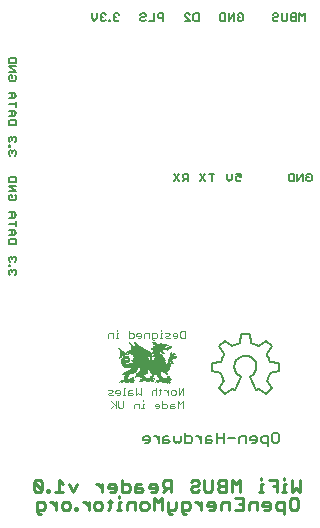
<source format=gbo>
G75*
%MOIN*%
%OFA0B0*%
%FSLAX24Y24*%
%IPPOS*%
%LPD*%
%AMOC8*
5,1,8,0,0,1.08239X$1,22.5*
%
%ADD10C,0.0060*%
%ADD11C,0.0100*%
%ADD12C,0.0040*%
%ADD13R,0.0002X0.0003*%
%ADD14R,0.0005X0.0002*%
%ADD15R,0.0008X0.0003*%
%ADD16R,0.0010X0.0002*%
%ADD17R,0.0023X0.0002*%
%ADD18R,0.0010X0.0003*%
%ADD19R,0.0035X0.0003*%
%ADD20R,0.0015X0.0002*%
%ADD21R,0.0042X0.0002*%
%ADD22R,0.0018X0.0003*%
%ADD23R,0.0050X0.0003*%
%ADD24R,0.0020X0.0002*%
%ADD25R,0.0055X0.0002*%
%ADD26R,0.0002X0.0002*%
%ADD27R,0.0020X0.0003*%
%ADD28R,0.0060X0.0003*%
%ADD29R,0.0025X0.0002*%
%ADD30R,0.0068X0.0002*%
%ADD31R,0.0027X0.0003*%
%ADD32R,0.0072X0.0003*%
%ADD33R,0.0005X0.0003*%
%ADD34R,0.0032X0.0002*%
%ADD35R,0.0077X0.0002*%
%ADD36R,0.0007X0.0002*%
%ADD37R,0.0033X0.0002*%
%ADD38R,0.0083X0.0003*%
%ADD39R,0.0007X0.0003*%
%ADD40R,0.0045X0.0003*%
%ADD41R,0.0120X0.0002*%
%ADD42R,0.0027X0.0002*%
%ADD43R,0.0013X0.0002*%
%ADD44R,0.0012X0.0002*%
%ADD45R,0.0057X0.0002*%
%ADD46R,0.0060X0.0002*%
%ADD47R,0.0003X0.0002*%
%ADD48R,0.0122X0.0003*%
%ADD49R,0.0033X0.0003*%
%ADD50R,0.0015X0.0003*%
%ADD51R,0.0017X0.0003*%
%ADD52R,0.0065X0.0003*%
%ADD53R,0.0082X0.0003*%
%ADD54R,0.0123X0.0002*%
%ADD55R,0.0065X0.0002*%
%ADD56R,0.0035X0.0002*%
%ADD57R,0.0018X0.0002*%
%ADD58R,0.0097X0.0002*%
%ADD59R,0.0105X0.0002*%
%ADD60R,0.0125X0.0003*%
%ADD61R,0.0100X0.0003*%
%ADD62R,0.0040X0.0003*%
%ADD63R,0.0022X0.0003*%
%ADD64R,0.0118X0.0003*%
%ADD65R,0.0013X0.0003*%
%ADD66R,0.0133X0.0002*%
%ADD67R,0.0048X0.0002*%
%ADD68R,0.0103X0.0002*%
%ADD69R,0.0128X0.0002*%
%ADD70R,0.0037X0.0002*%
%ADD71R,0.0275X0.0003*%
%ADD72R,0.0090X0.0003*%
%ADD73R,0.0110X0.0003*%
%ADD74R,0.0140X0.0003*%
%ADD75R,0.0070X0.0003*%
%ADD76R,0.0277X0.0002*%
%ADD77R,0.0095X0.0002*%
%ADD78R,0.0118X0.0002*%
%ADD79R,0.0160X0.0002*%
%ADD80R,0.0073X0.0002*%
%ADD81R,0.0285X0.0003*%
%ADD82R,0.0282X0.0003*%
%ADD83R,0.0075X0.0003*%
%ADD84R,0.0290X0.0002*%
%ADD85R,0.0008X0.0002*%
%ADD86R,0.0285X0.0002*%
%ADD87R,0.0080X0.0002*%
%ADD88R,0.0300X0.0003*%
%ADD89R,0.0025X0.0003*%
%ADD90R,0.0085X0.0003*%
%ADD91R,0.0460X0.0002*%
%ADD92R,0.0088X0.0002*%
%ADD93R,0.0458X0.0003*%
%ADD94R,0.0087X0.0003*%
%ADD95R,0.0455X0.0002*%
%ADD96R,0.0078X0.0002*%
%ADD97R,0.0090X0.0002*%
%ADD98R,0.0447X0.0003*%
%ADD99R,0.0080X0.0003*%
%ADD100R,0.0443X0.0002*%
%ADD101R,0.0083X0.0002*%
%ADD102R,0.0017X0.0002*%
%ADD103R,0.0283X0.0002*%
%ADD104R,0.0093X0.0002*%
%ADD105R,0.0440X0.0003*%
%ADD106R,0.0280X0.0003*%
%ADD107R,0.0095X0.0003*%
%ADD108R,0.0435X0.0002*%
%ADD109R,0.0085X0.0002*%
%ADD110R,0.0075X0.0002*%
%ADD111R,0.0045X0.0002*%
%ADD112R,0.0400X0.0002*%
%ADD113R,0.0425X0.0003*%
%ADD114R,0.0102X0.0003*%
%ADD115R,0.0355X0.0003*%
%ADD116R,0.0415X0.0002*%
%ADD117R,0.0115X0.0002*%
%ADD118R,0.0108X0.0002*%
%ADD119R,0.0352X0.0002*%
%ADD120R,0.0398X0.0003*%
%ADD121R,0.0093X0.0003*%
%ADD122R,0.0128X0.0003*%
%ADD123R,0.0113X0.0003*%
%ADD124R,0.0353X0.0003*%
%ADD125R,0.0380X0.0002*%
%ADD126R,0.0242X0.0002*%
%ADD127R,0.0348X0.0002*%
%ADD128R,0.0253X0.0003*%
%ADD129R,0.0248X0.0003*%
%ADD130R,0.0133X0.0003*%
%ADD131R,0.0347X0.0003*%
%ADD132R,0.0227X0.0002*%
%ADD133R,0.0262X0.0002*%
%ADD134R,0.0157X0.0002*%
%ADD135R,0.0030X0.0002*%
%ADD136R,0.0275X0.0002*%
%ADD137R,0.0063X0.0002*%
%ADD138R,0.0195X0.0003*%
%ADD139R,0.0435X0.0003*%
%ADD140R,0.0305X0.0003*%
%ADD141R,0.0193X0.0002*%
%ADD142R,0.0432X0.0002*%
%ADD143R,0.0293X0.0002*%
%ADD144R,0.0198X0.0003*%
%ADD145R,0.0428X0.0003*%
%ADD146R,0.0293X0.0003*%
%ADD147R,0.0022X0.0002*%
%ADD148R,0.0210X0.0002*%
%ADD149R,0.0420X0.0002*%
%ADD150R,0.0325X0.0002*%
%ADD151R,0.0220X0.0003*%
%ADD152R,0.0415X0.0003*%
%ADD153R,0.0320X0.0003*%
%ADD154R,0.0245X0.0002*%
%ADD155R,0.0410X0.0002*%
%ADD156R,0.0320X0.0002*%
%ADD157R,0.0313X0.0003*%
%ADD158R,0.0317X0.0003*%
%ADD159R,0.0317X0.0002*%
%ADD160R,0.0375X0.0002*%
%ADD161R,0.0315X0.0002*%
%ADD162R,0.0323X0.0003*%
%ADD163R,0.0375X0.0003*%
%ADD164R,0.0315X0.0003*%
%ADD165R,0.0273X0.0002*%
%ADD166R,0.0328X0.0003*%
%ADD167R,0.0270X0.0003*%
%ADD168R,0.0182X0.0003*%
%ADD169R,0.0123X0.0003*%
%ADD170R,0.0330X0.0002*%
%ADD171R,0.0267X0.0002*%
%ADD172R,0.0373X0.0003*%
%ADD173R,0.0267X0.0003*%
%ADD174R,0.0108X0.0003*%
%ADD175R,0.0100X0.0002*%
%ADD176R,0.0277X0.0003*%
%ADD177R,0.0053X0.0003*%
%ADD178R,0.0378X0.0003*%
%ADD179R,0.0292X0.0003*%
%ADD180R,0.0030X0.0003*%
%ADD181R,0.0042X0.0003*%
%ADD182R,0.0377X0.0002*%
%ADD183R,0.0297X0.0002*%
%ADD184R,0.0043X0.0002*%
%ADD185R,0.0058X0.0003*%
%ADD186R,0.0310X0.0002*%
%ADD187R,0.0102X0.0002*%
%ADD188R,0.0067X0.0003*%
%ADD189R,0.0280X0.0002*%
%ADD190R,0.0322X0.0002*%
%ADD191R,0.0175X0.0003*%
%ADD192R,0.0327X0.0003*%
%ADD193R,0.0072X0.0002*%
%ADD194R,0.0158X0.0002*%
%ADD195R,0.0335X0.0002*%
%ADD196R,0.0070X0.0002*%
%ADD197R,0.0155X0.0003*%
%ADD198R,0.0157X0.0003*%
%ADD199R,0.0160X0.0003*%
%ADD200R,0.0150X0.0002*%
%ADD201R,0.0148X0.0002*%
%ADD202R,0.0155X0.0002*%
%ADD203R,0.0062X0.0003*%
%ADD204R,0.0148X0.0003*%
%ADD205R,0.0142X0.0003*%
%ADD206R,0.0145X0.0003*%
%ADD207R,0.0147X0.0002*%
%ADD208R,0.0142X0.0002*%
%ADD209R,0.0143X0.0002*%
%ADD210R,0.0067X0.0002*%
%ADD211R,0.0170X0.0003*%
%ADD212R,0.0143X0.0003*%
%ADD213R,0.0068X0.0003*%
%ADD214R,0.0145X0.0002*%
%ADD215R,0.0165X0.0002*%
%ADD216R,0.0140X0.0002*%
%ADD217R,0.0163X0.0003*%
%ADD218R,0.0150X0.0003*%
%ADD219R,0.0003X0.0003*%
%ADD220R,0.0063X0.0003*%
%ADD221R,0.0137X0.0003*%
%ADD222R,0.0082X0.0002*%
%ADD223R,0.0138X0.0003*%
%ADD224R,0.0062X0.0002*%
%ADD225R,0.0137X0.0002*%
%ADD226R,0.0077X0.0003*%
%ADD227R,0.0135X0.0002*%
%ADD228R,0.0135X0.0003*%
%ADD229R,0.0103X0.0003*%
%ADD230R,0.0058X0.0002*%
%ADD231R,0.0055X0.0003*%
%ADD232R,0.0047X0.0003*%
%ADD233R,0.0105X0.0003*%
%ADD234R,0.0053X0.0002*%
%ADD235R,0.0050X0.0002*%
%ADD236R,0.0132X0.0002*%
%ADD237R,0.0152X0.0002*%
%ADD238R,0.0130X0.0003*%
%ADD239R,0.0130X0.0002*%
%ADD240R,0.0028X0.0002*%
%ADD241R,0.0107X0.0002*%
%ADD242R,0.0028X0.0003*%
%ADD243R,0.0107X0.0003*%
%ADD244R,0.0167X0.0003*%
%ADD245R,0.0172X0.0002*%
%ADD246R,0.0023X0.0003*%
%ADD247R,0.0180X0.0002*%
%ADD248R,0.0110X0.0002*%
%ADD249R,0.0187X0.0002*%
%ADD250R,0.0132X0.0003*%
%ADD251R,0.0190X0.0003*%
%ADD252R,0.0200X0.0002*%
%ADD253R,0.0052X0.0002*%
%ADD254R,0.0112X0.0002*%
%ADD255R,0.0012X0.0003*%
%ADD256R,0.0272X0.0003*%
%ADD257R,0.0112X0.0003*%
%ADD258R,0.0272X0.0002*%
%ADD259R,0.0115X0.0003*%
%ADD260R,0.0268X0.0002*%
%ADD261R,0.0265X0.0003*%
%ADD262R,0.0265X0.0002*%
%ADD263R,0.0117X0.0003*%
%ADD264R,0.0260X0.0002*%
%ADD265R,0.0260X0.0003*%
%ADD266R,0.0120X0.0003*%
%ADD267R,0.0122X0.0002*%
%ADD268R,0.0038X0.0002*%
%ADD269R,0.0255X0.0002*%
%ADD270R,0.0127X0.0002*%
%ADD271R,0.0255X0.0003*%
%ADD272R,0.0040X0.0002*%
%ADD273R,0.0252X0.0002*%
%ADD274R,0.0043X0.0003*%
%ADD275R,0.0250X0.0003*%
%ADD276R,0.0248X0.0002*%
%ADD277R,0.0152X0.0003*%
%ADD278R,0.0245X0.0003*%
%ADD279R,0.0153X0.0002*%
%ADD280R,0.0243X0.0003*%
%ADD281R,0.0162X0.0002*%
%ADD282R,0.0243X0.0002*%
%ADD283R,0.0240X0.0003*%
%ADD284R,0.0147X0.0003*%
%ADD285R,0.0240X0.0002*%
%ADD286R,0.0158X0.0003*%
%ADD287R,0.0250X0.0002*%
%ADD288R,0.0305X0.0002*%
%ADD289R,0.0308X0.0003*%
%ADD290R,0.0228X0.0003*%
%ADD291R,0.0308X0.0002*%
%ADD292R,0.0307X0.0003*%
%ADD293R,0.0232X0.0003*%
%ADD294R,0.0253X0.0002*%
%ADD295R,0.0235X0.0002*%
%ADD296R,0.0310X0.0003*%
%ADD297R,0.0047X0.0002*%
%ADD298R,0.0313X0.0002*%
%ADD299R,0.0312X0.0003*%
%ADD300R,0.0287X0.0002*%
%ADD301R,0.0263X0.0003*%
%ADD302R,0.0288X0.0003*%
%ADD303R,0.0302X0.0002*%
%ADD304R,0.0057X0.0003*%
%ADD305R,0.0322X0.0003*%
%ADD306R,0.0307X0.0002*%
%ADD307R,0.0330X0.0003*%
%ADD308R,0.0312X0.0002*%
%ADD309R,0.0333X0.0002*%
%ADD310R,0.0337X0.0003*%
%ADD311R,0.0300X0.0002*%
%ADD312R,0.0340X0.0002*%
%ADD313R,0.0340X0.0003*%
%ADD314R,0.0342X0.0002*%
%ADD315R,0.0325X0.0003*%
%ADD316R,0.0295X0.0003*%
%ADD317R,0.0343X0.0003*%
%ADD318R,0.0328X0.0002*%
%ADD319R,0.0345X0.0002*%
%ADD320R,0.0290X0.0003*%
%ADD321R,0.0342X0.0003*%
%ADD322R,0.0333X0.0003*%
%ADD323R,0.0335X0.0003*%
%ADD324R,0.0338X0.0002*%
%ADD325R,0.0350X0.0003*%
%ADD326R,0.0332X0.0003*%
%ADD327R,0.0355X0.0002*%
%ADD328R,0.0362X0.0003*%
%ADD329R,0.0273X0.0003*%
%ADD330R,0.0365X0.0002*%
%ADD331R,0.0270X0.0002*%
%ADD332R,0.0162X0.0003*%
%ADD333R,0.0268X0.0003*%
%ADD334R,0.0168X0.0002*%
%ADD335R,0.0378X0.0002*%
%ADD336R,0.0172X0.0003*%
%ADD337R,0.0382X0.0003*%
%ADD338R,0.0178X0.0002*%
%ADD339R,0.0388X0.0002*%
%ADD340R,0.0292X0.0002*%
%ADD341R,0.0185X0.0003*%
%ADD342R,0.0392X0.0003*%
%ADD343R,0.0587X0.0002*%
%ADD344R,0.0258X0.0002*%
%ADD345R,0.0593X0.0003*%
%ADD346R,0.0257X0.0003*%
%ADD347R,0.0600X0.0002*%
%ADD348R,0.0257X0.0002*%
%ADD349R,0.0602X0.0003*%
%ADD350R,0.0608X0.0002*%
%ADD351R,0.0612X0.0003*%
%ADD352R,0.0620X0.0002*%
%ADD353R,0.0625X0.0003*%
%ADD354R,0.0630X0.0002*%
%ADD355R,0.0635X0.0003*%
%ADD356R,0.0258X0.0003*%
%ADD357R,0.0642X0.0002*%
%ADD358R,0.0645X0.0003*%
%ADD359R,0.0247X0.0003*%
%ADD360R,0.0650X0.0002*%
%ADD361R,0.0655X0.0003*%
%ADD362R,0.0663X0.0002*%
%ADD363R,0.0670X0.0003*%
%ADD364R,0.0678X0.0002*%
%ADD365R,0.0237X0.0002*%
%ADD366R,0.0685X0.0003*%
%ADD367R,0.0237X0.0003*%
%ADD368R,0.0690X0.0002*%
%ADD369R,0.0700X0.0003*%
%ADD370R,0.0235X0.0003*%
%ADD371R,0.0233X0.0003*%
%ADD372R,0.0712X0.0002*%
%ADD373R,0.0230X0.0002*%
%ADD374R,0.0952X0.0003*%
%ADD375R,0.0955X0.0002*%
%ADD376R,0.0225X0.0002*%
%ADD377R,0.0955X0.0003*%
%ADD378R,0.0222X0.0003*%
%ADD379R,0.0960X0.0002*%
%ADD380R,0.0222X0.0002*%
%ADD381R,0.0960X0.0003*%
%ADD382R,0.0963X0.0002*%
%ADD383R,0.0217X0.0002*%
%ADD384R,0.0963X0.0003*%
%ADD385R,0.0215X0.0003*%
%ADD386R,0.0967X0.0002*%
%ADD387R,0.0215X0.0002*%
%ADD388R,0.0967X0.0003*%
%ADD389R,0.0213X0.0003*%
%ADD390R,0.0970X0.0003*%
%ADD391R,0.0210X0.0003*%
%ADD392R,0.0973X0.0002*%
%ADD393R,0.0208X0.0002*%
%ADD394R,0.0975X0.0003*%
%ADD395R,0.0205X0.0003*%
%ADD396R,0.0977X0.0002*%
%ADD397R,0.0205X0.0002*%
%ADD398R,0.0977X0.0003*%
%ADD399R,0.0983X0.0002*%
%ADD400R,0.0983X0.0003*%
%ADD401R,0.0987X0.0002*%
%ADD402R,0.0990X0.0003*%
%ADD403R,0.0990X0.0002*%
%ADD404R,0.0995X0.0003*%
%ADD405R,0.0998X0.0002*%
%ADD406R,0.1003X0.0003*%
%ADD407R,0.1007X0.0002*%
%ADD408R,0.1010X0.0003*%
%ADD409R,0.0212X0.0003*%
%ADD410R,0.1012X0.0002*%
%ADD411R,0.0212X0.0002*%
%ADD412R,0.1018X0.0003*%
%ADD413R,0.1020X0.0002*%
%ADD414R,0.0218X0.0002*%
%ADD415R,0.1027X0.0003*%
%ADD416R,0.1032X0.0002*%
%ADD417R,0.1040X0.0003*%
%ADD418R,0.0230X0.0003*%
%ADD419R,0.1273X0.0002*%
%ADD420R,0.1273X0.0003*%
%ADD421R,0.0180X0.0003*%
%ADD422R,0.0203X0.0002*%
%ADD423R,0.1272X0.0002*%
%ADD424R,0.1522X0.0003*%
%ADD425R,0.1527X0.0002*%
%ADD426R,0.1532X0.0003*%
%ADD427R,0.1540X0.0002*%
%ADD428R,0.1543X0.0003*%
%ADD429R,0.1548X0.0002*%
%ADD430R,0.1550X0.0003*%
%ADD431R,0.1555X0.0002*%
%ADD432R,0.1560X0.0003*%
%ADD433R,0.1562X0.0002*%
%ADD434R,0.1565X0.0003*%
%ADD435R,0.1567X0.0002*%
%ADD436R,0.1575X0.0003*%
%ADD437R,0.1578X0.0002*%
%ADD438R,0.1580X0.0003*%
%ADD439R,0.1580X0.0002*%
%ADD440R,0.1583X0.0003*%
%ADD441R,0.1587X0.0002*%
%ADD442R,0.1590X0.0003*%
%ADD443R,0.1592X0.0002*%
%ADD444R,0.1592X0.0003*%
%ADD445R,0.0370X0.0002*%
%ADD446R,0.1225X0.0002*%
%ADD447R,0.1225X0.0003*%
%ADD448R,0.0373X0.0002*%
%ADD449R,0.1222X0.0002*%
%ADD450R,0.0377X0.0003*%
%ADD451R,0.0203X0.0003*%
%ADD452R,0.0207X0.0002*%
%ADD453R,0.0207X0.0003*%
%ADD454R,0.1223X0.0003*%
%ADD455R,0.1220X0.0002*%
%ADD456R,0.1222X0.0003*%
%ADD457R,0.1217X0.0003*%
%ADD458R,0.1218X0.0002*%
%ADD459R,0.0218X0.0003*%
%ADD460R,0.0968X0.0003*%
%ADD461R,0.0220X0.0002*%
%ADD462R,0.0032X0.0003*%
%ADD463R,0.0223X0.0003*%
%ADD464R,0.0937X0.0003*%
%ADD465R,0.0918X0.0002*%
%ADD466R,0.0052X0.0003*%
%ADD467R,0.0097X0.0003*%
%ADD468R,0.0898X0.0003*%
%ADD469R,0.0878X0.0002*%
%ADD470R,0.0823X0.0003*%
%ADD471R,0.0127X0.0003*%
%ADD472R,0.0092X0.0002*%
%ADD473R,0.0700X0.0002*%
%ADD474R,0.0670X0.0002*%
%ADD475R,0.0640X0.0002*%
%ADD476R,0.0627X0.0003*%
%ADD477R,0.0615X0.0002*%
%ADD478R,0.0605X0.0003*%
%ADD479R,0.0595X0.0002*%
%ADD480R,0.0588X0.0003*%
%ADD481R,0.0098X0.0003*%
%ADD482R,0.0362X0.0002*%
%ADD483R,0.0578X0.0002*%
%ADD484R,0.0395X0.0003*%
%ADD485R,0.0567X0.0003*%
%ADD486R,0.0422X0.0002*%
%ADD487R,0.0560X0.0002*%
%ADD488R,0.0432X0.0003*%
%ADD489R,0.0555X0.0003*%
%ADD490R,0.0442X0.0002*%
%ADD491R,0.0548X0.0002*%
%ADD492R,0.0450X0.0003*%
%ADD493R,0.0540X0.0003*%
%ADD494R,0.0092X0.0003*%
%ADD495R,0.0530X0.0002*%
%ADD496R,0.0462X0.0003*%
%ADD497R,0.0523X0.0003*%
%ADD498R,0.0467X0.0002*%
%ADD499R,0.0517X0.0002*%
%ADD500R,0.0472X0.0003*%
%ADD501R,0.0510X0.0003*%
%ADD502R,0.0475X0.0002*%
%ADD503R,0.0502X0.0002*%
%ADD504R,0.0480X0.0003*%
%ADD505R,0.0497X0.0003*%
%ADD506R,0.0482X0.0002*%
%ADD507R,0.0490X0.0002*%
%ADD508R,0.0485X0.0003*%
%ADD509R,0.0487X0.0002*%
%ADD510R,0.0488X0.0003*%
%ADD511R,0.0468X0.0003*%
%ADD512R,0.0153X0.0003*%
%ADD513R,0.0493X0.0003*%
%ADD514R,0.0453X0.0003*%
%ADD515R,0.0495X0.0002*%
%ADD516R,0.0448X0.0002*%
%ADD517R,0.0037X0.0003*%
%ADD518R,0.0495X0.0003*%
%ADD519R,0.0442X0.0003*%
%ADD520R,0.0498X0.0002*%
%ADD521R,0.0450X0.0002*%
%ADD522R,0.0038X0.0003*%
%ADD523R,0.0500X0.0003*%
%ADD524R,0.0165X0.0003*%
%ADD525R,0.0500X0.0002*%
%ADD526R,0.0512X0.0002*%
%ADD527R,0.0073X0.0003*%
%ADD528R,0.0502X0.0003*%
%ADD529R,0.0113X0.0002*%
%ADD530R,0.0505X0.0002*%
%ADD531R,0.0493X0.0002*%
%ADD532R,0.0505X0.0003*%
%ADD533R,0.0483X0.0003*%
%ADD534R,0.0358X0.0003*%
%ADD535R,0.0465X0.0003*%
%ADD536R,0.0457X0.0002*%
%ADD537R,0.0445X0.0003*%
%ADD538R,0.0438X0.0002*%
%ADD539R,0.0098X0.0002*%
%ADD540R,0.0417X0.0002*%
%ADD541R,0.0410X0.0003*%
%ADD542R,0.0402X0.0002*%
%ADD543R,0.0318X0.0002*%
%ADD544R,0.0318X0.0003*%
%ADD545R,0.0370X0.0003*%
%ADD546R,0.0363X0.0002*%
%ADD547R,0.0088X0.0003*%
%ADD548R,0.0283X0.0003*%
%ADD549R,0.0357X0.0002*%
%ADD550R,0.0087X0.0002*%
%ADD551R,0.0117X0.0002*%
%ADD552R,0.0350X0.0002*%
%ADD553R,0.0188X0.0003*%
%ADD554R,0.0195X0.0002*%
%ADD555R,0.0178X0.0003*%
%ADD556R,0.0327X0.0002*%
%ADD557R,0.0213X0.0002*%
%ADD558R,0.0233X0.0002*%
%ADD559R,0.0298X0.0002*%
%ADD560R,0.0138X0.0002*%
%ADD561R,0.0238X0.0003*%
%ADD562R,0.0202X0.0003*%
%ADD563R,0.0282X0.0002*%
%ADD564R,0.0358X0.0002*%
%ADD565R,0.0202X0.0002*%
%ADD566R,0.0420X0.0003*%
%ADD567R,0.0440X0.0002*%
%ADD568R,0.0225X0.0003*%
%ADD569R,0.0192X0.0002*%
%ADD570R,0.0217X0.0003*%
%ADD571R,0.0278X0.0003*%
%ADD572R,0.0457X0.0003*%
%ADD573R,0.0182X0.0002*%
%ADD574R,0.0452X0.0003*%
%ADD575R,0.0177X0.0003*%
%ADD576R,0.0438X0.0003*%
%ADD577R,0.0433X0.0002*%
%ADD578R,0.0405X0.0003*%
%ADD579R,0.0278X0.0002*%
%ADD580R,0.0393X0.0003*%
%ADD581R,0.0387X0.0002*%
%ADD582R,0.0380X0.0003*%
%ADD583R,0.0367X0.0002*%
%ADD584R,0.0363X0.0003*%
%ADD585R,0.0360X0.0002*%
%ADD586R,0.0288X0.0002*%
%ADD587R,0.0348X0.0003*%
%ADD588R,0.0338X0.0003*%
%ADD589R,0.0302X0.0003*%
%ADD590R,0.0295X0.0002*%
%ADD591R,0.0232X0.0002*%
%ADD592R,0.0188X0.0002*%
%ADD593R,0.0193X0.0003*%
%ADD594R,0.0125X0.0002*%
%ADD595R,0.0190X0.0002*%
%ADD596R,0.0187X0.0003*%
%ADD597R,0.0208X0.0003*%
%ADD598R,0.0170X0.0002*%
%ADD599R,0.0167X0.0002*%
%ADD600R,0.0173X0.0003*%
%ADD601R,0.0175X0.0002*%
%ADD602R,0.0393X0.0002*%
%ADD603R,0.0185X0.0002*%
%ADD604R,0.0477X0.0002*%
%ADD605R,0.0252X0.0003*%
%ADD606R,0.0197X0.0003*%
%ADD607R,0.0247X0.0002*%
%ADD608R,0.0503X0.0003*%
%ADD609R,0.0510X0.0002*%
%ADD610R,0.0518X0.0003*%
%ADD611R,0.0527X0.0002*%
%ADD612R,0.0535X0.0003*%
%ADD613R,0.0537X0.0002*%
%ADD614R,0.0508X0.0003*%
%ADD615R,0.0472X0.0002*%
%ADD616R,0.0200X0.0003*%
%ADD617R,0.0433X0.0003*%
%ADD618R,0.0197X0.0002*%
%ADD619R,0.0423X0.0002*%
%ADD620R,0.0413X0.0003*%
%ADD621R,0.0405X0.0002*%
%ADD622R,0.0397X0.0003*%
%ADD623R,0.0332X0.0002*%
%ADD624R,0.0287X0.0003*%
%ADD625R,0.0183X0.0002*%
%ADD626R,0.0183X0.0003*%
%ADD627R,0.0227X0.0003*%
%ADD628R,0.0048X0.0003*%
%ADD629R,0.0518X0.0002*%
%ADD630R,0.0533X0.0003*%
%ADD631R,0.0598X0.0002*%
%ADD632R,0.0173X0.0002*%
%ADD633R,0.0600X0.0003*%
%ADD634R,0.0412X0.0003*%
%ADD635R,0.0168X0.0003*%
%ADD636R,0.0003X0.0003*%
%ADD637R,0.0163X0.0002*%
%ADD638R,0.0177X0.0002*%
%ADD639R,0.0418X0.0003*%
D10*
X005106Y006433D02*
X005333Y006433D01*
X005333Y006377D02*
X005333Y006490D01*
X005276Y006547D01*
X005163Y006547D01*
X005106Y006490D01*
X005106Y006433D01*
X005163Y006320D02*
X005276Y006320D01*
X005333Y006377D01*
X005470Y006547D02*
X005526Y006547D01*
X005640Y006433D01*
X005640Y006320D02*
X005640Y006547D01*
X005781Y006490D02*
X005781Y006320D01*
X005952Y006320D01*
X006008Y006377D01*
X005952Y006433D01*
X005781Y006433D01*
X005781Y006490D02*
X005838Y006547D01*
X005952Y006547D01*
X006150Y006547D02*
X006150Y006377D01*
X006206Y006320D01*
X006263Y006377D01*
X006320Y006320D01*
X006377Y006377D01*
X006377Y006547D01*
X006518Y006547D02*
X006688Y006547D01*
X006745Y006490D01*
X006745Y006377D01*
X006688Y006320D01*
X006518Y006320D01*
X006518Y006660D01*
X006882Y006547D02*
X006938Y006547D01*
X007052Y006433D01*
X007052Y006320D02*
X007052Y006547D01*
X007193Y006490D02*
X007193Y006320D01*
X007363Y006320D01*
X007420Y006377D01*
X007363Y006433D01*
X007193Y006433D01*
X007193Y006490D02*
X007250Y006547D01*
X007363Y006547D01*
X007562Y006490D02*
X007788Y006490D01*
X007788Y006320D02*
X007788Y006660D01*
X007930Y006490D02*
X008157Y006490D01*
X008298Y006490D02*
X008298Y006320D01*
X008298Y006490D02*
X008355Y006547D01*
X008525Y006547D01*
X008525Y006320D01*
X008667Y006433D02*
X008893Y006433D01*
X008893Y006377D02*
X008893Y006490D01*
X008837Y006547D01*
X008723Y006547D01*
X008667Y006490D01*
X008667Y006433D01*
X008723Y006320D02*
X008837Y006320D01*
X008893Y006377D01*
X009035Y006377D02*
X009035Y006490D01*
X009092Y006547D01*
X009262Y006547D01*
X009262Y006207D01*
X009262Y006320D02*
X009092Y006320D01*
X009035Y006377D01*
X009403Y006377D02*
X009403Y006604D01*
X009460Y006660D01*
X009573Y006660D01*
X009630Y006604D01*
X009630Y006377D01*
X009573Y006320D01*
X009460Y006320D01*
X009403Y006377D01*
X009216Y007963D02*
X009396Y008153D01*
X009236Y008393D01*
X009336Y008663D02*
X009636Y008713D01*
X009636Y008973D01*
X009336Y009033D01*
X009226Y009283D02*
X009406Y009543D01*
X009216Y009723D01*
X008956Y009543D01*
X008706Y009643D02*
X008656Y009963D01*
X008386Y009963D01*
X008336Y009643D01*
X008086Y009543D02*
X007826Y009723D01*
X007636Y009543D01*
X007816Y009283D01*
X007706Y009033D02*
X007406Y008973D01*
X007406Y008713D01*
X007706Y008663D01*
X007806Y008393D02*
X007636Y008153D01*
X007826Y007963D01*
X008066Y008133D01*
X008166Y008073D01*
X008356Y008523D01*
X007805Y008393D02*
X007782Y008434D01*
X007761Y008477D01*
X007743Y008522D01*
X007728Y008567D01*
X007715Y008613D01*
X007705Y008660D01*
X007707Y009034D02*
X007722Y009086D01*
X007741Y009137D01*
X007763Y009187D01*
X007788Y009235D01*
X007817Y009282D01*
X008356Y008533D02*
X008323Y008551D01*
X008293Y008572D01*
X008264Y008596D01*
X008238Y008623D01*
X008216Y008652D01*
X008196Y008684D01*
X008179Y008717D01*
X008166Y008752D01*
X008157Y008788D01*
X008151Y008825D01*
X008149Y008862D01*
X008151Y008899D01*
X008156Y008936D01*
X008166Y008972D01*
X008178Y009007D01*
X008195Y009041D01*
X008214Y009072D01*
X008237Y009102D01*
X008263Y009129D01*
X008291Y009153D01*
X008322Y009174D01*
X008354Y009192D01*
X008388Y009207D01*
X008424Y009218D01*
X008460Y009226D01*
X008497Y009230D01*
X008535Y009230D01*
X008572Y009226D01*
X008608Y009218D01*
X008644Y009207D01*
X008678Y009192D01*
X008710Y009174D01*
X008741Y009153D01*
X008769Y009129D01*
X008795Y009102D01*
X008818Y009072D01*
X008837Y009041D01*
X008854Y009007D01*
X008866Y008972D01*
X008876Y008936D01*
X008881Y008899D01*
X008883Y008862D01*
X008881Y008825D01*
X008875Y008788D01*
X008866Y008752D01*
X008853Y008717D01*
X008836Y008684D01*
X008816Y008652D01*
X008794Y008623D01*
X008768Y008596D01*
X008739Y008572D01*
X008709Y008551D01*
X008676Y008533D01*
X008676Y008523D02*
X008876Y008073D01*
X008976Y008133D01*
X009216Y007963D01*
X009232Y008396D02*
X009260Y008446D01*
X009284Y008498D01*
X009305Y008551D01*
X009322Y008606D01*
X009335Y008662D01*
X008952Y009547D02*
X008907Y009572D01*
X008860Y009595D01*
X008812Y009614D01*
X008763Y009631D01*
X008713Y009644D01*
X009225Y009278D02*
X009252Y009231D01*
X009276Y009184D01*
X009297Y009135D01*
X009315Y009084D01*
X009329Y009033D01*
X008331Y009646D02*
X008279Y009632D01*
X008228Y009615D01*
X008178Y009595D01*
X008129Y009572D01*
X008082Y009545D01*
X007562Y006660D02*
X007562Y006320D01*
X007393Y015041D02*
X007393Y015301D01*
X007480Y015301D02*
X007306Y015301D01*
X007185Y015301D02*
X007012Y015041D01*
X007185Y015041D02*
X007012Y015301D01*
X006596Y015301D02*
X006596Y015041D01*
X006596Y015128D02*
X006466Y015128D01*
X006422Y015171D01*
X006422Y015258D01*
X006466Y015301D01*
X006596Y015301D01*
X006509Y015128D02*
X006422Y015041D01*
X006301Y015041D02*
X006128Y015301D01*
X006301Y015301D02*
X006128Y015041D01*
X007896Y015128D02*
X007896Y015301D01*
X007896Y015128D02*
X007982Y015041D01*
X008069Y015128D01*
X008069Y015301D01*
X008190Y015301D02*
X008364Y015301D01*
X008364Y015171D01*
X008277Y015214D01*
X008234Y015214D01*
X008190Y015171D01*
X008190Y015084D01*
X008234Y015041D01*
X008321Y015041D01*
X008364Y015084D01*
X009958Y015084D02*
X009958Y015258D01*
X010002Y015301D01*
X010132Y015301D01*
X010132Y015041D01*
X010002Y015041D01*
X009958Y015084D01*
X010253Y015041D02*
X010253Y015301D01*
X010426Y015301D02*
X010253Y015041D01*
X010426Y015041D02*
X010426Y015301D01*
X010548Y015258D02*
X010591Y015301D01*
X010678Y015301D01*
X010721Y015258D01*
X010721Y015084D01*
X010678Y015041D01*
X010591Y015041D01*
X010548Y015084D01*
X010548Y015171D01*
X010634Y015171D01*
X010492Y020381D02*
X010492Y020641D01*
X010405Y020554D01*
X010318Y020641D01*
X010318Y020381D01*
X010197Y020381D02*
X010197Y020641D01*
X010067Y020641D01*
X010024Y020598D01*
X010024Y020554D01*
X010067Y020511D01*
X010197Y020511D01*
X010067Y020511D02*
X010024Y020468D01*
X010024Y020424D01*
X010067Y020381D01*
X010197Y020381D01*
X009902Y020424D02*
X009859Y020381D01*
X009772Y020381D01*
X009729Y020424D01*
X009729Y020641D01*
X009608Y020598D02*
X009608Y020554D01*
X009564Y020511D01*
X009478Y020511D01*
X009434Y020468D01*
X009434Y020424D01*
X009478Y020381D01*
X009564Y020381D01*
X009608Y020424D01*
X009608Y020598D02*
X009564Y020641D01*
X009478Y020641D01*
X009434Y020598D01*
X009902Y020641D02*
X009902Y020424D01*
X008429Y020424D02*
X008386Y020381D01*
X008299Y020381D01*
X008256Y020424D01*
X008256Y020511D01*
X008342Y020511D01*
X008256Y020598D02*
X008299Y020641D01*
X008386Y020641D01*
X008429Y020598D01*
X008429Y020424D01*
X008135Y020381D02*
X008135Y020641D01*
X007961Y020381D01*
X007961Y020641D01*
X007840Y020641D02*
X007840Y020381D01*
X007710Y020381D01*
X007666Y020424D01*
X007666Y020598D01*
X007710Y020641D01*
X007840Y020641D01*
X006956Y020641D02*
X006956Y020381D01*
X006826Y020381D01*
X006782Y020424D01*
X006782Y020598D01*
X006826Y020641D01*
X006956Y020641D01*
X006661Y020598D02*
X006618Y020641D01*
X006531Y020641D01*
X006488Y020598D01*
X006488Y020554D01*
X006661Y020381D01*
X006488Y020381D01*
X005777Y020381D02*
X005777Y020641D01*
X005647Y020641D01*
X005604Y020598D01*
X005604Y020511D01*
X005647Y020468D01*
X005777Y020468D01*
X005483Y020381D02*
X005309Y020381D01*
X005188Y020424D02*
X005145Y020381D01*
X005058Y020381D01*
X005015Y020424D01*
X005015Y020468D01*
X005058Y020511D01*
X005145Y020511D01*
X005188Y020554D01*
X005188Y020598D01*
X005145Y020641D01*
X005058Y020641D01*
X005015Y020598D01*
X005483Y020641D02*
X005483Y020381D01*
X004304Y020424D02*
X004261Y020381D01*
X004174Y020381D01*
X004131Y020424D01*
X004131Y020468D01*
X004174Y020511D01*
X004217Y020511D01*
X004174Y020511D02*
X004131Y020554D01*
X004131Y020598D01*
X004174Y020641D01*
X004261Y020641D01*
X004304Y020598D01*
X004009Y020424D02*
X003966Y020424D01*
X003966Y020381D01*
X004009Y020381D01*
X004009Y020424D01*
X003862Y020424D02*
X003819Y020381D01*
X003732Y020381D01*
X003689Y020424D01*
X003689Y020468D01*
X003732Y020511D01*
X003775Y020511D01*
X003732Y020511D02*
X003689Y020554D01*
X003689Y020598D01*
X003732Y020641D01*
X003819Y020641D01*
X003862Y020598D01*
X003567Y020641D02*
X003567Y020468D01*
X003481Y020381D01*
X003394Y020468D01*
X003394Y020641D01*
X000881Y019121D02*
X000881Y018991D01*
X000621Y018991D01*
X000621Y019121D01*
X000664Y019164D01*
X000838Y019164D01*
X000881Y019121D01*
X000881Y018869D02*
X000621Y018869D01*
X000881Y018696D01*
X000621Y018696D01*
X000664Y018575D02*
X000751Y018575D01*
X000751Y018488D01*
X000838Y018575D02*
X000881Y018531D01*
X000881Y018445D01*
X000838Y018401D01*
X000664Y018401D01*
X000621Y018445D01*
X000621Y018531D01*
X000664Y018575D01*
X000621Y017985D02*
X000794Y017985D01*
X000881Y017899D01*
X000794Y017812D01*
X000621Y017812D01*
X000751Y017812D02*
X000751Y017985D01*
X000881Y017691D02*
X000881Y017517D01*
X000881Y017604D02*
X000621Y017604D01*
X000621Y017396D02*
X000794Y017396D01*
X000881Y017309D01*
X000794Y017223D01*
X000621Y017223D01*
X000664Y017101D02*
X000838Y017101D01*
X000881Y017058D01*
X000881Y016928D01*
X000621Y016928D01*
X000621Y017058D01*
X000664Y017101D01*
X000751Y017223D02*
X000751Y017396D01*
X000794Y016512D02*
X000751Y016469D01*
X000708Y016512D01*
X000664Y016512D01*
X000621Y016469D01*
X000621Y016382D01*
X000664Y016339D01*
X000664Y016235D02*
X000621Y016235D01*
X000621Y016191D01*
X000664Y016191D01*
X000664Y016235D01*
X000664Y016070D02*
X000621Y016027D01*
X000621Y015940D01*
X000664Y015897D01*
X000751Y015983D02*
X000751Y016027D01*
X000708Y016070D01*
X000664Y016070D01*
X000751Y016027D02*
X000794Y016070D01*
X000838Y016070D01*
X000881Y016027D01*
X000881Y015940D01*
X000838Y015897D01*
X000838Y016339D02*
X000881Y016382D01*
X000881Y016469D01*
X000838Y016512D01*
X000794Y016512D01*
X000751Y016469D02*
X000751Y016425D01*
X000664Y015186D02*
X000838Y015186D01*
X000881Y015143D01*
X000881Y015013D01*
X000621Y015013D01*
X000621Y015143D01*
X000664Y015186D01*
X000621Y014892D02*
X000881Y014892D01*
X000881Y014718D02*
X000621Y014892D01*
X000621Y014718D02*
X000881Y014718D01*
X000838Y014597D02*
X000881Y014554D01*
X000881Y014467D01*
X000838Y014423D01*
X000664Y014423D01*
X000621Y014467D01*
X000621Y014554D01*
X000664Y014597D01*
X000751Y014597D01*
X000751Y014510D01*
X000751Y014008D02*
X000751Y013834D01*
X000794Y013834D02*
X000881Y013921D01*
X000794Y014008D01*
X000621Y014008D01*
X000621Y013834D02*
X000794Y013834D01*
X000881Y013713D02*
X000881Y013539D01*
X000881Y013626D02*
X000621Y013626D01*
X000621Y013418D02*
X000794Y013418D01*
X000881Y013332D01*
X000794Y013245D01*
X000621Y013245D01*
X000664Y013124D02*
X000838Y013124D01*
X000881Y013080D01*
X000881Y012950D01*
X000621Y012950D01*
X000621Y013080D01*
X000664Y013124D01*
X000751Y013245D02*
X000751Y013418D01*
X000794Y012534D02*
X000751Y012491D01*
X000708Y012534D01*
X000664Y012534D01*
X000621Y012491D01*
X000621Y012404D01*
X000664Y012361D01*
X000664Y012257D02*
X000621Y012257D01*
X000621Y012214D01*
X000664Y012214D01*
X000664Y012257D01*
X000664Y012092D02*
X000621Y012049D01*
X000621Y011962D01*
X000664Y011919D01*
X000751Y012006D02*
X000751Y012049D01*
X000708Y012092D01*
X000664Y012092D01*
X000751Y012049D02*
X000794Y012092D01*
X000838Y012092D01*
X000881Y012049D01*
X000881Y011962D01*
X000838Y011919D01*
X000838Y012361D02*
X000881Y012404D01*
X000881Y012491D01*
X000838Y012534D01*
X000794Y012534D01*
X000751Y012491D02*
X000751Y012448D01*
D11*
X001567Y004021D02*
X001633Y003954D01*
X001700Y003954D01*
X001567Y004021D02*
X001567Y004354D01*
X001767Y004354D01*
X001834Y004287D01*
X001834Y004154D01*
X001767Y004087D01*
X001567Y004087D01*
X001540Y004695D02*
X001473Y004761D01*
X001473Y005028D01*
X001740Y004761D01*
X001673Y004695D01*
X001540Y004695D01*
X001740Y004761D02*
X001740Y005028D01*
X001673Y005095D01*
X001540Y005095D01*
X001473Y005028D01*
X001904Y004761D02*
X001904Y004695D01*
X001970Y004695D01*
X001970Y004761D01*
X001904Y004761D01*
X002164Y004695D02*
X002431Y004695D01*
X002297Y004695D02*
X002297Y005095D01*
X002431Y004962D01*
X002624Y004962D02*
X002758Y004695D01*
X002891Y004962D01*
X003091Y004354D02*
X003158Y004354D01*
X003291Y004221D01*
X003291Y004354D02*
X003291Y004087D01*
X003485Y004154D02*
X003485Y004287D01*
X003552Y004354D01*
X003685Y004354D01*
X003752Y004287D01*
X003752Y004154D01*
X003685Y004087D01*
X003552Y004087D01*
X003485Y004154D01*
X003735Y004695D02*
X003735Y004962D01*
X003602Y004962D02*
X003735Y004828D01*
X003929Y004828D02*
X004196Y004828D01*
X004196Y004761D02*
X004196Y004895D01*
X004129Y004962D01*
X003995Y004962D01*
X003929Y004895D01*
X003929Y004828D01*
X003995Y004695D02*
X004129Y004695D01*
X004196Y004761D01*
X004389Y004695D02*
X004389Y005095D01*
X004389Y004962D02*
X004589Y004962D01*
X004656Y004895D01*
X004656Y004761D01*
X004589Y004695D01*
X004389Y004695D01*
X004299Y004554D02*
X004299Y004488D01*
X004299Y004354D02*
X004299Y004087D01*
X004366Y004087D02*
X004232Y004087D01*
X004299Y004354D02*
X004366Y004354D01*
X004559Y004287D02*
X004559Y004087D01*
X004559Y004287D02*
X004626Y004354D01*
X004826Y004354D01*
X004826Y004087D01*
X005020Y004154D02*
X005020Y004287D01*
X005086Y004354D01*
X005220Y004354D01*
X005287Y004287D01*
X005287Y004154D01*
X005220Y004087D01*
X005086Y004087D01*
X005020Y004154D01*
X005050Y004695D02*
X004849Y004695D01*
X004849Y004895D01*
X004916Y004962D01*
X005050Y004962D01*
X005050Y004828D02*
X004849Y004828D01*
X005050Y004828D02*
X005116Y004761D01*
X005050Y004695D01*
X005310Y004828D02*
X005577Y004828D01*
X005577Y004761D02*
X005577Y004895D01*
X005510Y004962D01*
X005377Y004962D01*
X005310Y004895D01*
X005310Y004828D01*
X005377Y004695D02*
X005510Y004695D01*
X005577Y004761D01*
X005480Y004488D02*
X005480Y004087D01*
X005613Y004354D02*
X005480Y004488D01*
X005613Y004354D02*
X005747Y004488D01*
X005747Y004087D01*
X005940Y004087D02*
X006141Y004087D01*
X006207Y004154D01*
X006207Y004354D01*
X006401Y004354D02*
X006601Y004354D01*
X006668Y004287D01*
X006668Y004154D01*
X006601Y004087D01*
X006401Y004087D01*
X006401Y004021D02*
X006401Y004354D01*
X006401Y004021D02*
X006468Y003954D01*
X006534Y003954D01*
X006851Y004354D02*
X006918Y004354D01*
X007051Y004221D01*
X007051Y004354D02*
X007051Y004087D01*
X007245Y004221D02*
X007512Y004221D01*
X007512Y004287D02*
X007512Y004154D01*
X007445Y004087D01*
X007312Y004087D01*
X007245Y004221D02*
X007245Y004287D01*
X007312Y004354D01*
X007445Y004354D01*
X007512Y004287D01*
X007705Y004287D02*
X007705Y004087D01*
X007705Y004287D02*
X007772Y004354D01*
X007972Y004354D01*
X007972Y004087D01*
X008166Y004087D02*
X008433Y004087D01*
X008433Y004488D01*
X008166Y004488D01*
X008072Y004695D02*
X008072Y005095D01*
X008206Y004962D01*
X008339Y005095D01*
X008339Y004695D01*
X008299Y004287D02*
X008433Y004287D01*
X008626Y004287D02*
X008626Y004087D01*
X008626Y004287D02*
X008693Y004354D01*
X008893Y004354D01*
X008893Y004087D01*
X009086Y004221D02*
X009353Y004221D01*
X009353Y004287D02*
X009353Y004154D01*
X009287Y004087D01*
X009153Y004087D01*
X009086Y004221D02*
X009086Y004287D01*
X009153Y004354D01*
X009287Y004354D01*
X009353Y004287D01*
X009547Y004287D02*
X009547Y004154D01*
X009614Y004087D01*
X009814Y004087D01*
X009814Y003954D02*
X009814Y004354D01*
X009614Y004354D01*
X009547Y004287D01*
X009567Y004695D02*
X009567Y005095D01*
X009300Y005095D01*
X009106Y004962D02*
X009040Y004962D01*
X009040Y004695D01*
X009106Y004695D02*
X008973Y004695D01*
X009040Y005095D02*
X009040Y005162D01*
X009433Y004895D02*
X009567Y004895D01*
X009740Y004695D02*
X009874Y004695D01*
X009807Y004695D02*
X009807Y004962D01*
X009874Y004962D01*
X009807Y005095D02*
X009807Y005162D01*
X010067Y005095D02*
X010067Y004695D01*
X010201Y004828D01*
X010334Y004695D01*
X010334Y005095D01*
X010207Y004488D02*
X010074Y004488D01*
X010007Y004421D01*
X010007Y004154D01*
X010074Y004087D01*
X010207Y004087D01*
X010274Y004154D01*
X010274Y004421D01*
X010207Y004488D01*
X007879Y004695D02*
X007678Y004695D01*
X007612Y004761D01*
X007612Y004828D01*
X007678Y004895D01*
X007879Y004895D01*
X007879Y004695D02*
X007879Y005095D01*
X007678Y005095D01*
X007612Y005028D01*
X007612Y004962D01*
X007678Y004895D01*
X007418Y004761D02*
X007352Y004695D01*
X007218Y004695D01*
X007151Y004761D01*
X007151Y005095D01*
X006958Y005028D02*
X006958Y004962D01*
X006891Y004895D01*
X006758Y004895D01*
X006691Y004828D01*
X006691Y004761D01*
X006758Y004695D01*
X006891Y004695D01*
X006958Y004761D01*
X006958Y005028D02*
X006891Y005095D01*
X006758Y005095D01*
X006691Y005028D01*
X006074Y003954D02*
X006007Y003954D01*
X005940Y004021D01*
X005940Y004354D01*
X006037Y004695D02*
X006037Y005095D01*
X005837Y005095D01*
X005770Y005028D01*
X005770Y004895D01*
X005837Y004828D01*
X006037Y004828D01*
X005904Y004828D02*
X005770Y004695D01*
X007418Y004761D02*
X007418Y005095D01*
X004059Y004354D02*
X003925Y004354D01*
X003992Y004421D02*
X003992Y004154D01*
X003925Y004087D01*
X003602Y004962D02*
X003535Y004962D01*
X002908Y004154D02*
X002841Y004154D01*
X002841Y004087D01*
X002908Y004087D01*
X002908Y004154D01*
X002678Y004154D02*
X002678Y004287D01*
X002611Y004354D01*
X002477Y004354D01*
X002411Y004287D01*
X002411Y004154D01*
X002477Y004087D01*
X002611Y004087D01*
X002678Y004154D01*
X002217Y004221D02*
X002084Y004354D01*
X002017Y004354D01*
X002217Y004354D02*
X002217Y004087D01*
D12*
X004028Y007469D02*
X004148Y007589D01*
X004188Y007549D02*
X004028Y007709D01*
X004188Y007709D02*
X004188Y007469D01*
X004286Y007509D02*
X004286Y007709D01*
X004286Y007509D02*
X004326Y007469D01*
X004406Y007469D01*
X004446Y007509D01*
X004446Y007709D01*
X004437Y007918D02*
X004517Y007918D01*
X004477Y007918D02*
X004477Y008158D01*
X004517Y008158D01*
X004615Y008038D02*
X004615Y007918D01*
X004735Y007918D01*
X004775Y007958D01*
X004735Y007998D01*
X004615Y007998D01*
X004615Y008038D02*
X004655Y008078D01*
X004735Y008078D01*
X004872Y008158D02*
X004872Y007918D01*
X004952Y007998D01*
X005033Y007918D01*
X005033Y008158D01*
X005093Y007749D02*
X005093Y007709D01*
X005093Y007629D02*
X005093Y007469D01*
X005133Y007469D02*
X005053Y007469D01*
X004962Y007469D02*
X004962Y007629D01*
X004841Y007629D01*
X004801Y007589D01*
X004801Y007469D01*
X005093Y007629D02*
X005133Y007629D01*
X005388Y007918D02*
X005388Y008038D01*
X005428Y008078D01*
X005508Y008078D01*
X005548Y008038D01*
X005640Y008078D02*
X005720Y008078D01*
X005680Y008118D02*
X005680Y007958D01*
X005640Y007918D01*
X005548Y007918D02*
X005548Y008158D01*
X005815Y008078D02*
X005855Y008078D01*
X005935Y007998D01*
X005935Y007918D02*
X005935Y008078D01*
X006033Y008038D02*
X006073Y008078D01*
X006153Y008078D01*
X006193Y008038D01*
X006193Y007958D01*
X006153Y007918D01*
X006073Y007918D01*
X006033Y007958D01*
X006033Y008038D01*
X006262Y007709D02*
X006262Y007469D01*
X006165Y007509D02*
X006125Y007549D01*
X006005Y007549D01*
X006005Y007589D02*
X006005Y007469D01*
X006125Y007469D01*
X006165Y007509D01*
X006125Y007629D02*
X006045Y007629D01*
X006005Y007589D01*
X005907Y007589D02*
X005867Y007629D01*
X005747Y007629D01*
X005747Y007709D02*
X005747Y007469D01*
X005867Y007469D01*
X005907Y007509D01*
X005907Y007589D01*
X005649Y007589D02*
X005609Y007629D01*
X005529Y007629D01*
X005489Y007589D01*
X005489Y007549D01*
X005649Y007549D01*
X005649Y007509D02*
X005649Y007589D01*
X005649Y007509D02*
X005609Y007469D01*
X005529Y007469D01*
X006262Y007709D02*
X006342Y007629D01*
X006423Y007709D01*
X006423Y007469D01*
X006451Y007918D02*
X006451Y008158D01*
X006290Y007918D01*
X006290Y008158D01*
X005482Y009739D02*
X005442Y009739D01*
X005402Y009779D01*
X005402Y009979D01*
X005522Y009979D01*
X005562Y009939D01*
X005562Y009859D01*
X005522Y009819D01*
X005402Y009819D01*
X005304Y009819D02*
X005304Y009979D01*
X005184Y009979D01*
X005144Y009939D01*
X005144Y009819D01*
X005046Y009859D02*
X005046Y009939D01*
X005006Y009979D01*
X004926Y009979D01*
X004886Y009939D01*
X004886Y009899D01*
X005046Y009899D01*
X005046Y009859D02*
X005006Y009819D01*
X004926Y009819D01*
X004788Y009859D02*
X004788Y009939D01*
X004748Y009979D01*
X004628Y009979D01*
X004628Y010059D02*
X004628Y009819D01*
X004748Y009819D01*
X004788Y009859D01*
X004273Y009819D02*
X004193Y009819D01*
X004233Y009819D02*
X004233Y009979D01*
X004273Y009979D01*
X004233Y010059D02*
X004233Y010099D01*
X004101Y009979D02*
X003981Y009979D01*
X003941Y009939D01*
X003941Y009819D01*
X004101Y009819D02*
X004101Y009979D01*
X004047Y008078D02*
X003927Y008078D01*
X003967Y007998D02*
X003927Y007958D01*
X003967Y007918D01*
X004087Y007918D01*
X004047Y007998D02*
X004087Y008038D01*
X004047Y008078D01*
X004047Y007998D02*
X003967Y007998D01*
X004185Y007998D02*
X004345Y007998D01*
X004345Y008038D02*
X004305Y008078D01*
X004225Y008078D01*
X004185Y008038D01*
X004185Y007998D01*
X004225Y007918D02*
X004305Y007918D01*
X004345Y007958D01*
X004345Y008038D01*
X005654Y009819D02*
X005734Y009819D01*
X005694Y009819D02*
X005694Y009979D01*
X005734Y009979D01*
X005694Y010059D02*
X005694Y010099D01*
X005831Y009979D02*
X005951Y009979D01*
X005991Y009939D01*
X005951Y009899D01*
X005871Y009899D01*
X005831Y009859D01*
X005871Y009819D01*
X005991Y009819D01*
X006089Y009899D02*
X006249Y009899D01*
X006249Y009859D02*
X006249Y009939D01*
X006209Y009979D01*
X006129Y009979D01*
X006089Y009939D01*
X006089Y009899D01*
X006129Y009819D02*
X006209Y009819D01*
X006249Y009859D01*
X006347Y009859D02*
X006347Y010019D01*
X006387Y010059D01*
X006507Y010059D01*
X006507Y009819D01*
X006387Y009819D01*
X006347Y009859D01*
D13*
X006079Y009532D03*
X006219Y009132D03*
X005999Y008292D03*
X005444Y008502D03*
X005454Y008527D03*
X004884Y008472D03*
X004824Y008372D03*
X004779Y008312D03*
X004559Y009117D03*
D14*
X004520Y009074D03*
X004450Y008589D03*
X004780Y008314D03*
X004822Y008374D03*
X004882Y008474D03*
X005440Y008504D03*
X006017Y008489D03*
X006045Y008389D03*
X006000Y008294D03*
X006220Y009134D03*
X006222Y009139D03*
X005922Y009399D03*
X005792Y009429D03*
D15*
X005779Y009397D03*
X005924Y009402D03*
X006044Y008392D03*
X005999Y008297D03*
X005489Y008437D03*
D16*
X005487Y008439D03*
X006000Y008299D03*
X006042Y008394D03*
X006222Y009144D03*
X006075Y009529D03*
X005390Y009419D03*
X004880Y008479D03*
X004820Y008379D03*
X004352Y008334D03*
D17*
X004461Y008594D03*
X004791Y009029D03*
X005066Y008359D03*
X005921Y008299D03*
X005931Y009409D03*
D18*
X005952Y009552D03*
X005397Y009282D03*
X005430Y009192D03*
X005450Y008532D03*
X005435Y008507D03*
X005452Y008347D03*
X005015Y008352D03*
X004880Y008482D03*
X004757Y008377D03*
X004780Y008322D03*
X004520Y009072D03*
X004342Y009132D03*
X004322Y009452D03*
X004352Y008332D03*
X006000Y008302D03*
X006015Y008492D03*
D19*
X005987Y008442D03*
X005992Y008322D03*
X005922Y008302D03*
X005447Y008562D03*
X005067Y008362D03*
X005410Y009292D03*
X005940Y009422D03*
X006047Y009292D03*
X006040Y009212D03*
X004460Y009192D03*
X004460Y009187D03*
X004457Y009202D03*
X004455Y009212D03*
X004357Y009157D03*
D20*
X004345Y009134D03*
X004327Y009444D03*
X004880Y008489D03*
X005447Y008539D03*
X005482Y008444D03*
X006000Y008304D03*
X006040Y008399D03*
X006120Y008964D03*
X006220Y009149D03*
X005805Y009279D03*
X005432Y009194D03*
X005400Y009284D03*
D21*
X005414Y009294D03*
X004884Y008529D03*
X004769Y008419D03*
X004744Y009544D03*
X005924Y008304D03*
X005974Y008394D03*
D22*
X006039Y008402D03*
X006009Y008497D03*
X005999Y008307D03*
X005604Y008387D03*
X005929Y009407D03*
X004879Y008492D03*
X004754Y009047D03*
X004694Y009602D03*
X004689Y009607D03*
X004684Y009612D03*
X004679Y009617D03*
X004659Y009642D03*
X004329Y009442D03*
D23*
X004355Y009397D03*
X004847Y009622D03*
X005417Y009297D03*
X005455Y008577D03*
X005280Y008362D03*
X004685Y008417D03*
X005882Y008612D03*
X005925Y008307D03*
X006067Y008967D03*
X006042Y009232D03*
X006152Y009277D03*
X005947Y009432D03*
D24*
X005447Y008544D03*
X005477Y008449D03*
X005997Y008309D03*
X006035Y008404D03*
X004715Y009579D03*
X004710Y009584D03*
X004700Y009594D03*
X004677Y009619D03*
X004672Y009624D03*
X004667Y009629D03*
X004660Y009639D03*
X004330Y009439D03*
X004347Y009139D03*
X004517Y009064D03*
D25*
X004370Y009189D03*
X004360Y009389D03*
X004755Y009529D03*
X004755Y008484D03*
X004682Y008414D03*
X005692Y009599D03*
X005777Y009294D03*
X005950Y009434D03*
X006042Y009269D03*
X006042Y009264D03*
X006042Y009239D03*
X006067Y009004D03*
X006070Y008974D03*
X005867Y008629D03*
X005870Y008624D03*
X005935Y008489D03*
X005985Y008439D03*
X005925Y008309D03*
D26*
X006049Y008384D03*
X005609Y008319D03*
X005544Y008319D03*
X006154Y009124D03*
X004779Y008309D03*
X004339Y009124D03*
X004319Y009459D03*
D27*
X004332Y009437D03*
X004582Y009312D03*
X004712Y009582D03*
X004707Y009587D03*
X004702Y009592D03*
X004697Y009597D03*
X004675Y009622D03*
X004670Y009627D03*
X004662Y009637D03*
X004880Y008497D03*
X004810Y008387D03*
X005447Y008542D03*
X005607Y008322D03*
X005997Y008312D03*
X005697Y009607D03*
D28*
X005787Y009472D03*
X005950Y009437D03*
X006042Y009262D03*
X006042Y009257D03*
X006042Y009252D03*
X006070Y008997D03*
X006070Y008992D03*
X006072Y008987D03*
X005862Y008642D03*
X005960Y008517D03*
X005932Y008482D03*
X005930Y008477D03*
X005927Y008312D03*
X005460Y008582D03*
X005065Y008407D03*
X004755Y008482D03*
X004680Y008412D03*
X004557Y009182D03*
X004372Y009197D03*
X004860Y009607D03*
D29*
X004725Y009569D03*
X004720Y009574D03*
X004592Y009309D03*
X004517Y009059D03*
X004350Y009144D03*
X004335Y009429D03*
X005020Y008364D03*
X005437Y008469D03*
X005447Y008549D03*
X005935Y009414D03*
X006002Y008499D03*
X005997Y008314D03*
D30*
X005929Y008314D03*
X005859Y008654D03*
X006054Y009174D03*
X006059Y009189D03*
X006099Y009214D03*
X006104Y009219D03*
X006109Y009229D03*
X005759Y009314D03*
X005749Y009329D03*
X005464Y008584D03*
X005384Y008504D03*
X004714Y008434D03*
X004634Y009054D03*
X004639Y009089D03*
X004379Y009219D03*
X004369Y009374D03*
X004764Y009519D03*
D31*
X004731Y009562D03*
X004726Y009567D03*
X004601Y009307D03*
X004351Y009147D03*
X005446Y008552D03*
X005766Y009387D03*
X005761Y009452D03*
X005996Y008317D03*
D32*
X005929Y008317D03*
X005859Y008657D03*
X006054Y009167D03*
X006129Y009252D03*
X006019Y009502D03*
X005374Y008487D03*
X004754Y008477D03*
X004629Y009047D03*
X004634Y009102D03*
X004374Y009367D03*
D33*
X004320Y009457D03*
X004340Y009127D03*
X004742Y009042D03*
X004775Y009027D03*
X004742Y008367D03*
X004720Y008367D03*
X004780Y008317D03*
X005017Y008347D03*
X005455Y008342D03*
X006047Y008387D03*
X006220Y009137D03*
X006222Y009142D03*
X006197Y009252D03*
X004352Y008327D03*
D34*
X004519Y009054D03*
X004734Y009559D03*
X005449Y008559D03*
X005789Y009464D03*
X005939Y009419D03*
X006049Y009294D03*
X006029Y008409D03*
X005994Y008319D03*
D35*
X005931Y008319D03*
X005986Y008999D03*
X005371Y008479D03*
X005226Y009224D03*
X004771Y009509D03*
X004626Y009044D03*
X004376Y009364D03*
X004756Y008474D03*
D36*
X004781Y008319D03*
X005016Y008349D03*
X005286Y008359D03*
X005451Y008529D03*
X004351Y008329D03*
X004341Y009129D03*
X004321Y009454D03*
D37*
X004341Y009419D03*
X004356Y009154D03*
X004611Y009304D03*
X004736Y009554D03*
X004881Y008519D03*
X004721Y008319D03*
X005761Y009384D03*
X006041Y009209D03*
D38*
X006066Y009197D03*
X005886Y008437D03*
X005931Y008322D03*
X004816Y009077D03*
X004566Y008982D03*
D39*
X004881Y008477D03*
X004821Y008377D03*
X005546Y008322D03*
D40*
X005407Y008352D03*
X005897Y008602D03*
X006057Y009017D03*
X006185Y009192D03*
X005237Y009212D03*
X004785Y009062D03*
X004885Y008532D03*
X004720Y008322D03*
X004520Y009047D03*
X004365Y009172D03*
X004445Y009232D03*
X004352Y009402D03*
X004845Y009627D03*
D41*
X004900Y009549D03*
X005202Y009239D03*
X005222Y009119D03*
X005322Y009264D03*
X005835Y008664D03*
X005950Y008324D03*
X006010Y009079D03*
X004567Y008554D03*
X004405Y009239D03*
D42*
X005156Y008589D03*
X005551Y008334D03*
X005606Y008324D03*
X005406Y009289D03*
X005706Y009389D03*
X006056Y009519D03*
D43*
X005926Y009404D03*
X005776Y009394D03*
X006081Y008939D03*
X006011Y008494D03*
X005986Y008444D03*
X005546Y008324D03*
X005451Y008349D03*
X005016Y008354D03*
X004881Y008484D03*
X004571Y009314D03*
D44*
X004519Y009069D03*
X004749Y009044D03*
X004324Y009449D03*
X004779Y008324D03*
X005449Y008534D03*
D45*
X006041Y009244D03*
X006041Y009249D03*
X006071Y008984D03*
X006071Y008979D03*
X004721Y008324D03*
X004526Y009039D03*
X004371Y009194D03*
D46*
X004372Y009199D03*
X004362Y009384D03*
X004760Y009524D03*
X004857Y009609D03*
X004800Y009069D03*
X004575Y008324D03*
X005772Y009299D03*
X006042Y009259D03*
X006042Y009254D03*
X006152Y009274D03*
X006070Y008994D03*
X006072Y008989D03*
X006085Y008949D03*
X005862Y008639D03*
X005865Y008634D03*
X005930Y008479D03*
D47*
X005491Y008434D03*
X005456Y008339D03*
X005426Y009189D03*
X005396Y009279D03*
X005706Y009394D03*
X004351Y008324D03*
D48*
X005484Y009637D03*
X005964Y009472D03*
X005979Y009487D03*
X006169Y009167D03*
X005949Y008327D03*
D49*
X005976Y008392D03*
X005606Y008327D03*
X005796Y009282D03*
X006041Y009207D03*
X006051Y009517D03*
X005061Y008412D03*
X004881Y008522D03*
D50*
X004880Y008487D03*
X004757Y008492D03*
X004455Y008592D03*
X004517Y009067D03*
X005015Y008357D03*
X005547Y008327D03*
X005707Y009392D03*
X005772Y009392D03*
X006220Y009152D03*
D51*
X005481Y008447D03*
X005016Y008362D03*
X004776Y008327D03*
X004346Y009137D03*
D52*
X004377Y009212D03*
X004367Y009377D03*
X004637Y009092D03*
X004640Y009087D03*
X004640Y009082D03*
X004640Y009077D03*
X004637Y009062D03*
X004732Y008457D03*
X004722Y008327D03*
X005380Y008502D03*
X005605Y008382D03*
X005907Y008452D03*
X005915Y008457D03*
X005920Y008462D03*
X005925Y008467D03*
X005927Y008472D03*
X006085Y008952D03*
X006055Y009177D03*
X006055Y009182D03*
X006057Y009187D03*
X006092Y009207D03*
X006110Y009232D03*
X006112Y009237D03*
X006115Y009242D03*
X006120Y009247D03*
X005765Y009307D03*
D53*
X005984Y008982D03*
X005984Y008977D03*
X005984Y008972D03*
X004574Y008327D03*
D54*
X004571Y008994D03*
X004551Y009174D03*
X004406Y009234D03*
X004401Y009329D03*
X005501Y009614D03*
X005961Y008924D03*
X005946Y008329D03*
X005801Y008334D03*
D55*
X005795Y008329D03*
X005895Y008444D03*
X005902Y008449D03*
X005917Y008459D03*
X005922Y008464D03*
X005860Y008649D03*
X006055Y009179D03*
X006115Y009239D03*
X006117Y009244D03*
X006122Y009249D03*
X006025Y009504D03*
X005800Y009424D03*
X005762Y009309D03*
X005380Y008499D03*
X004765Y008414D03*
X004730Y008454D03*
X004735Y008459D03*
X004740Y008464D03*
X004755Y008479D03*
X004707Y008429D03*
X004637Y009059D03*
X004640Y009074D03*
X004640Y009079D03*
X004640Y009084D03*
X004377Y009214D03*
X004365Y009379D03*
X004865Y009599D03*
D56*
X004457Y009204D03*
X004457Y009199D03*
X004460Y009194D03*
X004460Y009189D03*
X004460Y009184D03*
X004345Y009414D03*
X005402Y009424D03*
X005442Y009199D03*
X005792Y009284D03*
X005605Y008329D03*
X005407Y008349D03*
D57*
X005549Y008329D03*
X005064Y008414D03*
X004879Y008494D03*
X004814Y008384D03*
X006219Y009154D03*
D58*
X005351Y009189D03*
X004736Y008329D03*
X004421Y009044D03*
X004426Y009059D03*
X004566Y009249D03*
D59*
X004437Y009079D03*
X004435Y008969D03*
X004550Y008504D03*
X004547Y008499D03*
X004547Y008494D03*
X004547Y008489D03*
X004575Y008329D03*
X005210Y009234D03*
X005340Y009224D03*
X005342Y009219D03*
X005382Y009054D03*
X005590Y008344D03*
D60*
X005945Y008332D03*
X006012Y009082D03*
X005502Y009612D03*
X005317Y009272D03*
X004570Y008562D03*
X004402Y009327D03*
D61*
X004387Y009347D03*
X004427Y009062D03*
X004425Y009057D03*
X004615Y009117D03*
X004545Y008477D03*
X004545Y008422D03*
X004545Y008417D03*
X004732Y008332D03*
X005350Y009197D03*
X005347Y009202D03*
X005347Y009207D03*
X005345Y009212D03*
X005380Y009057D03*
X005612Y008377D03*
X005587Y008342D03*
X005797Y008332D03*
X005962Y008502D03*
X005972Y008942D03*
D62*
X006055Y009022D03*
X006045Y009037D03*
X005907Y008597D03*
X005605Y008332D03*
X005450Y008567D03*
X005787Y009467D03*
X004840Y009632D03*
X004742Y009547D03*
X004350Y009407D03*
X004360Y009162D03*
X004405Y008382D03*
X004882Y008527D03*
D63*
X004879Y008502D03*
X005264Y009132D03*
X005404Y009287D03*
X005934Y009412D03*
X006154Y009282D03*
X005964Y008522D03*
X005549Y008332D03*
X005449Y008352D03*
D64*
X005324Y009262D03*
X005679Y009577D03*
X004899Y009552D03*
X004454Y009102D03*
X004404Y009247D03*
X004399Y009332D03*
X004564Y008547D03*
X004574Y008332D03*
D65*
X004396Y008332D03*
X004791Y008467D03*
X004816Y008382D03*
X004326Y009447D03*
X005486Y008442D03*
X006041Y008397D03*
X006221Y009147D03*
X006071Y009307D03*
X006071Y009527D03*
D66*
X005956Y008919D03*
X005941Y008334D03*
X005661Y008504D03*
X005651Y008519D03*
X005636Y008544D03*
X004796Y009474D03*
X004466Y009109D03*
D67*
X004354Y009399D03*
X005254Y009129D03*
X005399Y008519D03*
X005604Y008384D03*
X005604Y008334D03*
X005894Y008604D03*
D68*
X005971Y008939D03*
X006146Y009254D03*
X005346Y009209D03*
X004891Y009564D03*
X004831Y009084D03*
X004431Y008974D03*
X004546Y008484D03*
X004546Y008479D03*
X004731Y008334D03*
D69*
X004574Y008334D03*
X005504Y009609D03*
X005964Y009474D03*
D70*
X006046Y009514D03*
X006041Y009214D03*
X006046Y009034D03*
X004881Y008524D03*
X004391Y008334D03*
X004461Y009174D03*
X004461Y009179D03*
X004456Y009209D03*
X004741Y009549D03*
D71*
X004750Y008702D03*
X005572Y009472D03*
X005582Y009477D03*
X005870Y008337D03*
D72*
X005582Y008337D03*
X005367Y009077D03*
X005360Y009117D03*
X005360Y009122D03*
X005360Y009127D03*
X005360Y009132D03*
X005360Y009137D03*
X005980Y008957D03*
X006180Y009182D03*
X005955Y009452D03*
X004420Y009012D03*
X004422Y008997D03*
X004395Y008357D03*
D73*
X004552Y008517D03*
X004555Y008527D03*
X004557Y008532D03*
X004727Y008337D03*
X004440Y008962D03*
X004552Y009177D03*
X004400Y009262D03*
X004787Y009487D03*
X004895Y009557D03*
X005390Y009047D03*
X005497Y009627D03*
X005495Y009632D03*
X005937Y009447D03*
X005962Y009467D03*
X006005Y009062D03*
X006005Y009057D03*
X006005Y009052D03*
X006005Y009047D03*
X005840Y008662D03*
X005595Y008347D03*
D74*
X005695Y008467D03*
X005625Y008562D03*
X006022Y009092D03*
X006025Y009097D03*
X006042Y009127D03*
X005512Y009587D03*
X005505Y009597D03*
X005112Y008477D03*
X005130Y008467D03*
X005137Y008462D03*
X005145Y008457D03*
X004575Y008337D03*
X004410Y009317D03*
D75*
X004370Y009372D03*
X004380Y009227D03*
X004530Y009037D03*
X004632Y009052D03*
X004635Y009097D03*
X004867Y009597D03*
X005230Y009222D03*
X005245Y009127D03*
X005397Y008512D03*
X005390Y008507D03*
X005375Y008492D03*
X005747Y009332D03*
X006052Y009172D03*
X006105Y009222D03*
X006182Y009187D03*
X005982Y008437D03*
X004765Y008412D03*
X004722Y008442D03*
X004725Y008447D03*
X004717Y008437D03*
X004745Y008467D03*
X004380Y008337D03*
D76*
X004746Y008699D03*
X004866Y009259D03*
X005541Y009454D03*
X005596Y009229D03*
X005541Y008614D03*
X005866Y008339D03*
D77*
X005977Y008949D03*
X006177Y009179D03*
X006000Y009494D03*
X005355Y009174D03*
X005357Y009164D03*
X005352Y009184D03*
X004887Y009569D03*
X004570Y008984D03*
X004427Y008979D03*
X004425Y008984D03*
X004420Y009034D03*
X004420Y009039D03*
X004422Y009049D03*
X004385Y009349D03*
X005585Y008339D03*
D78*
X005064Y008374D03*
X004724Y008339D03*
X004564Y008549D03*
X004404Y009244D03*
D79*
X004577Y009024D03*
X004807Y009459D03*
X004912Y009524D03*
X004582Y008339D03*
X005770Y009519D03*
X005780Y009529D03*
X005825Y008679D03*
D80*
X005986Y009034D03*
X004676Y008409D03*
X004381Y008339D03*
X004631Y009049D03*
X004381Y009229D03*
X004371Y009369D03*
D81*
X004625Y008357D03*
X004630Y008352D03*
X004635Y008347D03*
X005115Y008662D03*
X005667Y009132D03*
X005862Y008342D03*
D82*
X005539Y008617D03*
X005664Y009137D03*
X005654Y009152D03*
X005119Y008667D03*
X004744Y008697D03*
X004639Y008342D03*
D83*
X004382Y008342D03*
X004632Y009107D03*
X004770Y009512D03*
X004875Y009587D03*
X005372Y008482D03*
X005367Y008472D03*
X005742Y009337D03*
X005830Y009582D03*
X006150Y009267D03*
X005985Y009032D03*
X005985Y009027D03*
X005985Y009022D03*
X005985Y009017D03*
X005985Y009012D03*
X005985Y009007D03*
X005985Y009002D03*
X006085Y008957D03*
X005960Y008512D03*
D84*
X005857Y008344D03*
D85*
X005454Y008344D03*
X005409Y008344D03*
X004794Y008464D03*
X005959Y009549D03*
D86*
X005662Y009139D03*
X005667Y009129D03*
X005290Y008419D03*
X004882Y009254D03*
X004840Y009404D03*
X004740Y008694D03*
X004627Y008354D03*
X004632Y008349D03*
X004637Y008344D03*
D87*
X004765Y008409D03*
X005067Y008404D03*
X005367Y008469D03*
X005607Y008379D03*
X005985Y008984D03*
X005985Y008989D03*
X005985Y008994D03*
X006085Y008959D03*
X006012Y009499D03*
X004877Y009584D03*
X004385Y008344D03*
D88*
X004727Y008687D03*
X005035Y008592D03*
X005100Y008647D03*
X005530Y008627D03*
X005852Y008347D03*
D89*
X006032Y008407D03*
X005407Y008347D03*
X005437Y009197D03*
X004880Y008507D03*
X004350Y009142D03*
X004337Y009427D03*
X004335Y009432D03*
X004722Y009572D03*
D90*
X004882Y009577D03*
X005222Y009227D03*
X005415Y008362D03*
X005982Y008967D03*
X004380Y009357D03*
X004387Y008347D03*
D91*
X005085Y009019D03*
X005770Y008349D03*
D92*
X005364Y009089D03*
X005219Y009229D03*
X004389Y008349D03*
D93*
X004904Y009317D03*
X005769Y008352D03*
D94*
X005961Y008507D03*
X005981Y008962D03*
X006006Y009497D03*
X005361Y009112D03*
X005361Y009107D03*
X005361Y009102D03*
X005361Y009097D03*
X005366Y009082D03*
X005411Y008367D03*
X004776Y009502D03*
X004391Y008352D03*
D95*
X005030Y009159D03*
X005030Y009169D03*
X005622Y008994D03*
X005767Y008354D03*
D96*
X005419Y008354D03*
X005369Y008474D03*
X005399Y008509D03*
X006054Y009164D03*
X006064Y009194D03*
D97*
X006070Y009199D03*
X005980Y008959D03*
X005732Y009344D03*
X005957Y009454D03*
X005360Y009134D03*
X005360Y009129D03*
X005360Y009124D03*
X005360Y009119D03*
X005365Y009084D03*
X005367Y009079D03*
X005407Y008369D03*
X004822Y009079D03*
X004885Y009574D03*
X004392Y008354D03*
D98*
X005766Y008357D03*
D99*
X005417Y008357D03*
X005737Y009342D03*
X005985Y008992D03*
X005985Y008987D03*
X006085Y008962D03*
X004880Y009582D03*
X004772Y009507D03*
X004627Y009112D03*
X004625Y009042D03*
X004377Y009362D03*
X004755Y008472D03*
D100*
X005021Y009179D03*
X005766Y008359D03*
D101*
X005961Y008509D03*
X006181Y009184D03*
X005416Y008359D03*
X004881Y009579D03*
X004621Y009039D03*
D102*
X004706Y009589D03*
X004696Y009599D03*
X004691Y009604D03*
X004686Y009609D03*
X004681Y009614D03*
X005016Y008359D03*
X005916Y008594D03*
X006066Y009524D03*
D103*
X005656Y009149D03*
X005666Y009134D03*
X005116Y008664D03*
X004621Y008359D03*
D104*
X004396Y008359D03*
X004586Y008819D03*
X004421Y008999D03*
X004421Y009004D03*
X004421Y009009D03*
X004551Y009179D03*
X005356Y009169D03*
X005371Y009069D03*
X005961Y008504D03*
D105*
X005765Y008362D03*
D106*
X005657Y009147D03*
X005652Y009157D03*
X005545Y009457D03*
X005560Y009467D03*
X005035Y009297D03*
X004875Y009257D03*
X004617Y008362D03*
D107*
X004400Y008362D03*
X004425Y008987D03*
X004420Y009037D03*
X004420Y009042D03*
X004422Y009047D03*
X004780Y009497D03*
X005355Y009177D03*
X005355Y009172D03*
X005357Y009167D03*
X005357Y009162D03*
X005372Y009067D03*
X005052Y008367D03*
X005977Y008952D03*
X005957Y009457D03*
D108*
X005765Y008364D03*
X004920Y009314D03*
D109*
X004775Y009504D03*
X005362Y009094D03*
X005685Y009589D03*
X005982Y008969D03*
X005982Y008964D03*
X005980Y008434D03*
X005412Y008364D03*
D110*
X005275Y008364D03*
X004810Y009074D03*
X004632Y009104D03*
X004630Y009109D03*
X005740Y009339D03*
X005985Y009029D03*
X005985Y009024D03*
X005985Y009019D03*
X005985Y009014D03*
X005985Y009009D03*
X005985Y009004D03*
D111*
X006060Y009014D03*
X006085Y008944D03*
X006042Y009224D03*
X005785Y009289D03*
X005452Y008574D03*
X005062Y008409D03*
X005067Y008364D03*
X004687Y008419D03*
X004362Y009169D03*
X004447Y009229D03*
X004747Y009539D03*
D112*
X004995Y009199D03*
X005002Y009149D03*
X004552Y008364D03*
D113*
X005082Y009057D03*
X005650Y009427D03*
X005762Y008367D03*
D114*
X005279Y008367D03*
X005344Y009217D03*
X004784Y009492D03*
X004569Y008987D03*
X004434Y008972D03*
X004429Y009067D03*
X004544Y008472D03*
X004544Y008467D03*
X004544Y008462D03*
X004544Y008457D03*
X004544Y008452D03*
X004544Y008447D03*
X004544Y008442D03*
X004544Y008437D03*
X004544Y008432D03*
X004544Y008427D03*
D115*
X004532Y008367D03*
X004957Y009222D03*
X005650Y009097D03*
D116*
X005760Y008369D03*
D117*
X005965Y008929D03*
X006007Y009074D03*
X005962Y009469D03*
X005985Y009489D03*
X005830Y009579D03*
X005490Y009634D03*
X004790Y009484D03*
X004447Y009094D03*
X004442Y008959D03*
X004402Y009249D03*
X004402Y009254D03*
X004397Y009334D03*
X004562Y008544D03*
X004560Y008539D03*
X004552Y008409D03*
X005280Y008369D03*
D118*
X005059Y008369D03*
X005389Y009049D03*
X005339Y009229D03*
X004894Y009559D03*
X004439Y009084D03*
X004439Y008964D03*
X004394Y009339D03*
X004554Y008519D03*
X006174Y009174D03*
D119*
X004534Y008369D03*
D120*
X005219Y008397D03*
X005754Y008372D03*
D121*
X005406Y008372D03*
X004886Y009572D03*
X004616Y009037D03*
X004426Y008982D03*
X004421Y009002D03*
X004421Y009007D03*
X006071Y009202D03*
D122*
X005959Y008922D03*
X005279Y008372D03*
X004794Y009477D03*
X004589Y008822D03*
D123*
X004446Y009092D03*
X004401Y009257D03*
X004396Y009337D03*
X005061Y008372D03*
X005206Y009237D03*
X005331Y009247D03*
X006006Y009072D03*
X006006Y009067D03*
X006006Y009042D03*
X005966Y008932D03*
D124*
X005651Y009102D03*
X005116Y009077D03*
X004536Y008372D03*
D125*
X005102Y009069D03*
X005640Y009489D03*
X005642Y009494D03*
X005645Y009499D03*
X005650Y009504D03*
X005750Y008374D03*
D126*
X005729Y008954D03*
X005599Y009244D03*
X005329Y008374D03*
X004539Y009129D03*
D127*
X004539Y008374D03*
X005669Y009049D03*
D128*
X005801Y008377D03*
X005136Y008707D03*
X004536Y009122D03*
D129*
X004919Y009122D03*
X005324Y008377D03*
D130*
X005071Y008377D03*
X004576Y008572D03*
X004406Y009322D03*
X005311Y009282D03*
X005641Y008537D03*
X005656Y008512D03*
X005666Y008497D03*
D131*
X005651Y009107D03*
X004541Y008377D03*
D132*
X004566Y008599D03*
X005106Y009279D03*
X005581Y009269D03*
X005736Y008944D03*
X005801Y008379D03*
X005801Y009569D03*
D133*
X005599Y009234D03*
X005639Y009184D03*
X005314Y008379D03*
D134*
X005401Y008459D03*
X005086Y008379D03*
X005071Y008509D03*
X004866Y009099D03*
X004576Y009019D03*
X005776Y009524D03*
D135*
X005695Y009604D03*
X006057Y009299D03*
X006067Y009304D03*
X005447Y008554D03*
X004880Y008514D03*
X004755Y008489D03*
X004755Y008379D03*
X004560Y009184D03*
D136*
X004605Y008624D03*
X004585Y008379D03*
X005647Y009164D03*
X005645Y009169D03*
D137*
X005766Y009304D03*
X005786Y009474D03*
X005861Y008644D03*
X005926Y008469D03*
X005231Y009219D03*
X004861Y009604D03*
X004376Y009209D03*
X004406Y008379D03*
D138*
X004440Y009282D03*
X004770Y009282D03*
X005172Y009367D03*
X005182Y009362D03*
X005587Y009537D03*
X005792Y008382D03*
D139*
X005225Y008382D03*
D140*
X005285Y008427D03*
X005095Y008642D03*
X005137Y009087D03*
X004842Y009397D03*
X004620Y008382D03*
X005527Y008632D03*
D141*
X005791Y008384D03*
X005166Y009369D03*
D142*
X005224Y008384D03*
D143*
X005106Y008654D03*
X005141Y009089D03*
X004631Y008384D03*
D144*
X004539Y009157D03*
X004819Y009442D03*
X005794Y008387D03*
D145*
X005224Y008387D03*
X005014Y009187D03*
D146*
X004946Y009132D03*
X004636Y008387D03*
X005666Y009127D03*
D147*
X005769Y009389D03*
X005979Y008389D03*
X004879Y008499D03*
X004879Y008504D03*
X004759Y009049D03*
X004334Y009434D03*
X004664Y009634D03*
D148*
X005237Y009334D03*
X005570Y009289D03*
X005740Y008924D03*
X005797Y008389D03*
X004827Y008804D03*
X004807Y008769D03*
D149*
X005010Y009189D03*
X005222Y008389D03*
D150*
X004657Y008389D03*
X004637Y008634D03*
X005677Y009064D03*
X005840Y008404D03*
D151*
X005800Y008392D03*
X005577Y009277D03*
X005547Y009342D03*
X005547Y009392D03*
X004837Y008817D03*
X004800Y008757D03*
X004540Y009142D03*
D152*
X005005Y009192D03*
X005222Y008392D03*
D153*
X005520Y008647D03*
X005657Y009117D03*
X004960Y009137D03*
X004842Y009392D03*
X004657Y008392D03*
D154*
X004777Y008724D03*
X005000Y008579D03*
X005137Y008719D03*
X005137Y008724D03*
X005072Y009289D03*
X004832Y009419D03*
X005560Y009414D03*
X005810Y008394D03*
D155*
X005222Y008394D03*
X005002Y009194D03*
D156*
X004712Y008679D03*
X004657Y008394D03*
D157*
X004916Y009242D03*
X005591Y009212D03*
X005841Y008397D03*
D158*
X005521Y008642D03*
X005281Y008432D03*
X004656Y008397D03*
D159*
X005131Y009084D03*
X004921Y009239D03*
X005521Y008644D03*
X005841Y008399D03*
X005591Y009209D03*
D160*
X005840Y008429D03*
X005850Y008419D03*
X005855Y008414D03*
X005210Y008399D03*
D161*
X005680Y009074D03*
X005660Y009119D03*
X004652Y008404D03*
X004655Y008399D03*
D162*
X005591Y009207D03*
X005841Y008402D03*
D163*
X005852Y008417D03*
X005837Y008432D03*
X005212Y008402D03*
D164*
X005680Y009077D03*
X004652Y008402D03*
D165*
X005271Y008404D03*
X005291Y008414D03*
D166*
X004999Y009302D03*
X005609Y009357D03*
X005609Y009362D03*
X005839Y008407D03*
D167*
X005715Y008967D03*
X005642Y009177D03*
X005597Y009232D03*
X005280Y008407D03*
X004997Y008542D03*
X004932Y009127D03*
X004857Y009262D03*
D168*
X005124Y009392D03*
X005134Y009387D03*
X005159Y009262D03*
X005274Y009312D03*
X005594Y009547D03*
X005049Y008527D03*
X004714Y008407D03*
D169*
X004556Y008407D03*
X004406Y009237D03*
X004901Y009547D03*
X005321Y009267D03*
D170*
X005607Y009369D03*
X005675Y009059D03*
X005837Y008409D03*
X004932Y009234D03*
X004702Y008674D03*
D171*
X005286Y008409D03*
X005641Y009179D03*
X005531Y009309D03*
D172*
X005831Y008897D03*
X005831Y008892D03*
X005856Y008412D03*
X005526Y008682D03*
X004966Y009307D03*
D173*
X004836Y009412D03*
X004756Y008707D03*
X005291Y008412D03*
X005531Y009307D03*
D174*
X005339Y009232D03*
X005994Y009492D03*
X004554Y008522D03*
X004549Y008502D03*
X004549Y008412D03*
X004439Y009082D03*
D175*
X004430Y009069D03*
X004427Y009064D03*
X004390Y009344D03*
X004782Y009494D03*
X005347Y009204D03*
X005350Y009194D03*
X005377Y009059D03*
X005682Y009584D03*
X005947Y009449D03*
X005960Y009459D03*
X005975Y008944D03*
X004545Y008424D03*
X004545Y008419D03*
X004545Y008414D03*
D176*
X005121Y008672D03*
X005291Y008417D03*
X005646Y009167D03*
X005551Y009462D03*
D177*
X005781Y009292D03*
X006041Y009272D03*
X006041Y009237D03*
X005876Y008617D03*
X005936Y008497D03*
X005936Y008492D03*
X004851Y009617D03*
X004766Y008417D03*
D178*
X005639Y009487D03*
X005659Y009517D03*
X005844Y008427D03*
X005849Y008422D03*
D179*
X005534Y008622D03*
X005289Y008422D03*
X005594Y009222D03*
D180*
X005937Y009417D03*
X006147Y009127D03*
X005447Y008557D03*
X004880Y008517D03*
X004770Y008422D03*
X004517Y009057D03*
X004355Y009152D03*
X004340Y009422D03*
X004735Y009557D03*
D181*
X004449Y009227D03*
X004689Y008422D03*
X005789Y009287D03*
X005944Y009427D03*
D182*
X005656Y009514D03*
X005636Y009484D03*
X005831Y008904D03*
X005846Y008424D03*
D183*
X005531Y008624D03*
X005286Y008424D03*
X005101Y008649D03*
X004841Y009399D03*
X005586Y009384D03*
D184*
X005901Y008599D03*
X005961Y008519D03*
X006056Y009019D03*
X006146Y009129D03*
X004841Y009629D03*
X004351Y009404D03*
X004361Y009164D03*
X004691Y008424D03*
D185*
X004704Y008427D03*
X005234Y009217D03*
X005864Y008637D03*
X005869Y008627D03*
X006069Y009002D03*
D186*
X005680Y009084D03*
X005282Y008429D03*
X005082Y008629D03*
X005077Y008624D03*
X005072Y008619D03*
X005055Y008604D03*
X004910Y009244D03*
D187*
X005344Y009214D03*
X004544Y008474D03*
X004544Y008469D03*
X004544Y008464D03*
X004544Y008459D03*
X004544Y008454D03*
X004544Y008449D03*
X004544Y008444D03*
X004544Y008439D03*
X004544Y008434D03*
X004544Y008429D03*
X004434Y009074D03*
D188*
X004636Y009057D03*
X004806Y009072D03*
X004766Y009517D03*
X004711Y008432D03*
X005756Y009317D03*
X005761Y009312D03*
X005751Y009327D03*
X005786Y009477D03*
X006096Y009212D03*
X006101Y009217D03*
X005891Y008442D03*
D189*
X005790Y008434D03*
X005710Y008969D03*
X005652Y009154D03*
X005650Y009159D03*
X005547Y009459D03*
X005565Y009469D03*
X005120Y008669D03*
X004937Y009129D03*
D190*
X005279Y008434D03*
X005519Y008649D03*
X005689Y008974D03*
D191*
X005735Y008437D03*
X005055Y008522D03*
X005070Y009422D03*
X005062Y009427D03*
X004947Y009497D03*
X004940Y009502D03*
X004932Y009507D03*
X004917Y009517D03*
X004812Y009452D03*
D192*
X005276Y008437D03*
X005676Y009062D03*
X005591Y009202D03*
X005611Y009347D03*
X005611Y009352D03*
D193*
X005744Y009334D03*
X005689Y009594D03*
X006054Y009169D03*
X006084Y008954D03*
X005859Y008659D03*
X005889Y008439D03*
X005374Y008484D03*
X004874Y009589D03*
D194*
X005204Y009114D03*
X005294Y009299D03*
X005724Y008439D03*
D195*
X005515Y008664D03*
X005275Y008439D03*
X005607Y009379D03*
D196*
X005752Y009324D03*
X006150Y009269D03*
X005375Y008489D03*
X004722Y008444D03*
X004720Y008439D03*
X004635Y009099D03*
X004380Y009224D03*
X004767Y009514D03*
X004870Y009594D03*
D197*
X004912Y009527D03*
X004805Y009462D03*
X005075Y008507D03*
X005080Y008502D03*
X005720Y008442D03*
X005825Y008677D03*
D198*
X005366Y008442D03*
X004576Y009022D03*
D199*
X004577Y009027D03*
X004475Y008937D03*
X004422Y009302D03*
X005070Y008512D03*
X005182Y008442D03*
X005607Y008582D03*
X005777Y009527D03*
D200*
X005827Y009574D03*
X005825Y008674D03*
X005717Y008444D03*
X005300Y009294D03*
X005182Y009249D03*
X004587Y008589D03*
D201*
X005089Y008494D03*
X005374Y008444D03*
X005509Y009589D03*
D202*
X005077Y008504D03*
X005175Y008444D03*
X004592Y008824D03*
X004470Y008939D03*
X004420Y009304D03*
D203*
X004364Y009382D03*
X004374Y009202D03*
X004639Y009072D03*
X004639Y009067D03*
X004864Y009602D03*
X005769Y009302D03*
X005899Y008447D03*
D204*
X005714Y008447D03*
X005709Y008452D03*
X004909Y009532D03*
D205*
X004574Y009007D03*
X004414Y009312D03*
X004584Y008582D03*
X005379Y008447D03*
X005699Y008462D03*
X005704Y008457D03*
X006039Y009122D03*
D206*
X006035Y009117D03*
X006032Y009112D03*
X006030Y009107D03*
X006027Y009102D03*
X005827Y008672D03*
X005617Y008572D03*
X005302Y009292D03*
X005187Y009247D03*
X005507Y009592D03*
X005092Y008492D03*
X005100Y008487D03*
X005167Y008447D03*
X004727Y009287D03*
D207*
X004416Y009309D03*
X005096Y008489D03*
X005616Y008574D03*
X005711Y008449D03*
D208*
X005949Y008914D03*
X006024Y009094D03*
X006029Y009104D03*
X005384Y008449D03*
X005104Y008484D03*
X004474Y009114D03*
X004909Y009534D03*
D209*
X004411Y009314D03*
X005161Y008449D03*
X005701Y008459D03*
X006026Y009099D03*
X006041Y009124D03*
X005506Y009594D03*
D210*
X005756Y009319D03*
X006056Y009184D03*
X006096Y009209D03*
X006106Y009224D03*
X006111Y009234D03*
X005961Y008514D03*
X005911Y008454D03*
X005376Y008494D03*
X004726Y008449D03*
X004566Y008979D03*
X004636Y009094D03*
D211*
X004995Y009467D03*
X005002Y009462D03*
X005020Y009452D03*
X005045Y009437D03*
X005167Y009257D03*
X005400Y008452D03*
D212*
X005156Y008452D03*
X005121Y008472D03*
X005106Y008482D03*
X005621Y008567D03*
D213*
X005859Y008652D03*
X006109Y009227D03*
X005754Y009322D03*
X005379Y008497D03*
X004729Y008452D03*
X004379Y009217D03*
X004379Y009222D03*
X004649Y009297D03*
D214*
X004575Y009009D03*
X004462Y008944D03*
X004585Y008584D03*
X005397Y008464D03*
X005620Y008569D03*
X005707Y008454D03*
X006032Y009109D03*
X006035Y009114D03*
X006037Y009119D03*
D215*
X005937Y008909D03*
X005792Y009539D03*
X005402Y008454D03*
X005065Y008514D03*
X004590Y008594D03*
D216*
X004575Y009004D03*
X004855Y009094D03*
X004800Y009469D03*
X005305Y009289D03*
X005505Y009599D03*
X005622Y008564D03*
X005692Y008469D03*
X005697Y008464D03*
X005150Y008454D03*
X005142Y008459D03*
X005132Y008464D03*
X005125Y008469D03*
X005117Y008474D03*
X005110Y008479D03*
D217*
X005401Y008457D03*
D218*
X005400Y008462D03*
X005087Y008497D03*
X004575Y009012D03*
X004467Y008942D03*
X004480Y009117D03*
X005945Y008912D03*
D219*
X006126Y008967D03*
X004796Y008462D03*
D220*
X004736Y008462D03*
X004376Y009207D03*
X004761Y009522D03*
X005691Y009597D03*
X006151Y009272D03*
X005861Y008647D03*
D221*
X006046Y009132D03*
X005396Y008467D03*
X004906Y009537D03*
D222*
X004664Y009294D03*
X004624Y009114D03*
X004379Y009359D03*
X004754Y008469D03*
X005984Y008974D03*
X005984Y008979D03*
X006149Y009264D03*
D223*
X005629Y008557D03*
X005684Y008477D03*
X005689Y008472D03*
X005214Y009117D03*
X005309Y009287D03*
X005474Y009642D03*
X004799Y009472D03*
X004574Y009002D03*
X004459Y008947D03*
X004469Y009112D03*
D224*
X004374Y009204D03*
X004639Y009069D03*
X004639Y009064D03*
X005399Y008514D03*
X005929Y008474D03*
X006149Y009134D03*
D225*
X006021Y009089D03*
X005671Y009574D03*
X005626Y008559D03*
X005686Y008474D03*
X004581Y008579D03*
D226*
X005371Y008477D03*
X005986Y008997D03*
X005686Y009592D03*
D227*
X005517Y009584D03*
X005310Y009284D03*
X005192Y009244D03*
X004905Y009539D03*
X004710Y009289D03*
X004577Y008574D03*
X005630Y008554D03*
X005632Y008549D03*
X005667Y008494D03*
X005672Y008489D03*
X005677Y008484D03*
X005682Y008479D03*
X005830Y008669D03*
X006047Y009134D03*
X005922Y009444D03*
D228*
X005967Y009482D03*
X005952Y008917D03*
X005632Y008552D03*
X005635Y008547D03*
X005670Y008492D03*
X005675Y008487D03*
X005680Y008482D03*
X005505Y009602D03*
X004580Y008577D03*
D229*
X004546Y008487D03*
X004546Y008482D03*
X004431Y009072D03*
X004556Y009252D03*
X006176Y009177D03*
D230*
X006184Y009189D03*
X006069Y008999D03*
X005934Y008484D03*
X005424Y009299D03*
D231*
X005775Y009297D03*
X006042Y009267D03*
X006042Y009242D03*
X006065Y009007D03*
X006070Y008977D03*
X005872Y008622D03*
X005935Y008487D03*
X005397Y008517D03*
X004795Y009067D03*
X004855Y009612D03*
X004370Y009187D03*
D232*
X004366Y009177D03*
X004756Y008487D03*
X005891Y008607D03*
X006061Y009012D03*
X006041Y009227D03*
X006041Y009277D03*
D233*
X005960Y009462D03*
X005682Y009582D03*
X005385Y009052D03*
X005340Y009222D03*
X005340Y009227D03*
X005230Y009122D03*
X004892Y009562D03*
X004682Y009292D03*
X004435Y009077D03*
X004392Y009342D03*
X004550Y008507D03*
X004547Y008497D03*
X004547Y008492D03*
X005970Y008937D03*
D234*
X006041Y009234D03*
X006041Y009274D03*
X006036Y009509D03*
X005936Y008494D03*
X005456Y008579D03*
X005236Y009214D03*
X004751Y009534D03*
X004356Y009394D03*
D235*
X004367Y009179D03*
X004790Y009064D03*
X004850Y009619D03*
X005787Y009469D03*
X006067Y008969D03*
X005880Y008614D03*
X005937Y008499D03*
D236*
X005664Y008499D03*
X005639Y008539D03*
X005314Y009279D03*
X005504Y009604D03*
X005479Y009639D03*
X004574Y008999D03*
D237*
X004804Y009464D03*
X005084Y008499D03*
D238*
X004572Y008567D03*
X004572Y008997D03*
X005315Y009277D03*
X005522Y009582D03*
X005502Y009607D03*
X005832Y008667D03*
X005647Y008527D03*
X005650Y008522D03*
X005652Y008517D03*
X005660Y008507D03*
X005662Y008502D03*
D239*
X005657Y008509D03*
X005655Y008514D03*
X005647Y008524D03*
X005645Y008529D03*
X005642Y008534D03*
X005972Y009484D03*
X004575Y008569D03*
X004455Y008949D03*
X004405Y009324D03*
D240*
X004339Y009424D03*
X004354Y009149D03*
X004769Y009054D03*
X004729Y009564D03*
X004879Y008509D03*
X006184Y009194D03*
D241*
X005961Y009464D03*
X005336Y009234D03*
X004786Y009489D03*
X004551Y008514D03*
X004551Y008509D03*
D242*
X004879Y008512D03*
X004764Y009052D03*
D243*
X004441Y009087D03*
X004436Y008967D03*
X004551Y008512D03*
X005336Y009237D03*
D244*
X004871Y009102D03*
X004426Y009297D03*
X005061Y008517D03*
X005796Y009542D03*
D245*
X005799Y009544D03*
X005049Y009434D03*
X004959Y009489D03*
X004749Y009284D03*
X005059Y008519D03*
D246*
X005396Y008522D03*
X005446Y008547D03*
X005241Y009207D03*
X005396Y009422D03*
X006061Y009522D03*
X004716Y009577D03*
X004666Y009632D03*
X004516Y009062D03*
D247*
X004815Y009449D03*
X005092Y009409D03*
X005102Y009404D03*
X005052Y008524D03*
D248*
X004557Y008529D03*
X004555Y008524D03*
X004570Y008989D03*
X004442Y009089D03*
X004547Y009254D03*
X005332Y009244D03*
X005335Y009239D03*
X005537Y009574D03*
X005497Y009629D03*
X005680Y009579D03*
X006005Y009064D03*
X006005Y009059D03*
X006005Y009054D03*
X006005Y009049D03*
X005967Y008934D03*
D249*
X005046Y008529D03*
X004536Y009164D03*
D250*
X004849Y009092D03*
X004904Y009542D03*
X005639Y008542D03*
X005644Y008532D03*
X006019Y009087D03*
X005964Y009477D03*
X005829Y009577D03*
D251*
X005590Y009542D03*
X005265Y009317D03*
X005162Y009372D03*
X005042Y008532D03*
X004537Y009162D03*
D252*
X004540Y009154D03*
X004442Y009279D03*
X005037Y008534D03*
X005185Y009109D03*
D253*
X004854Y009614D03*
X004634Y009299D03*
X004369Y009184D03*
X004889Y008534D03*
X005874Y008619D03*
X006069Y008964D03*
X006064Y009009D03*
D254*
X005499Y009624D03*
X005329Y009254D03*
X004559Y008534D03*
D255*
X005449Y008537D03*
D256*
X005544Y008612D03*
X005644Y009172D03*
X005574Y009422D03*
X004999Y008537D03*
D257*
X004559Y008537D03*
X004539Y009257D03*
X005329Y009252D03*
X005334Y009242D03*
X005534Y009577D03*
D258*
X005579Y009474D03*
X005644Y009174D03*
X005124Y008674D03*
X004999Y008539D03*
X004754Y008704D03*
D259*
X004560Y008542D03*
X004450Y009097D03*
X004402Y009252D03*
X004837Y009087D03*
X005327Y009257D03*
X005500Y009622D03*
X006007Y009077D03*
X006172Y009172D03*
D260*
X005049Y009294D03*
X004999Y008544D03*
D261*
X004997Y008547D03*
X004997Y008552D03*
X005640Y009182D03*
X005627Y009197D03*
D262*
X005547Y008609D03*
X005130Y008684D03*
X004997Y008549D03*
X004760Y008709D03*
X004847Y009264D03*
D263*
X004791Y009482D03*
X004571Y008992D03*
X004446Y008957D03*
X004566Y008552D03*
X005501Y009617D03*
D264*
X005567Y009419D03*
X005532Y009314D03*
X005720Y008964D03*
X005132Y008689D03*
X004997Y008559D03*
X004997Y008554D03*
X004765Y008714D03*
X004835Y009414D03*
D265*
X005157Y009097D03*
X005132Y008692D03*
X004997Y008562D03*
X004997Y008557D03*
X005552Y008607D03*
X005637Y009187D03*
D266*
X005962Y008927D03*
X004567Y008557D03*
X004405Y009242D03*
X004522Y009262D03*
D267*
X004459Y009104D03*
X004449Y008954D03*
X004569Y008559D03*
X004844Y009089D03*
X004794Y009479D03*
X005529Y009579D03*
D268*
X005239Y009209D03*
X005449Y008564D03*
X006049Y009029D03*
X004834Y009639D03*
X004454Y009214D03*
X004359Y009159D03*
D269*
X004997Y008564D03*
X005137Y008704D03*
X005557Y008589D03*
X005637Y009189D03*
X005635Y009194D03*
X005532Y009319D03*
D270*
X005401Y009044D03*
X005316Y009274D03*
X006016Y009084D03*
X006166Y009164D03*
X004571Y008564D03*
D271*
X004997Y008567D03*
X005137Y008702D03*
X005557Y008592D03*
X005557Y008587D03*
X005722Y008962D03*
X005637Y009192D03*
X005060Y009292D03*
D272*
X004780Y009059D03*
X004520Y009049D03*
X004452Y009219D03*
X004450Y009224D03*
X004347Y009409D03*
X004837Y009634D03*
X005450Y008569D03*
X006052Y009024D03*
X006042Y009219D03*
X006042Y009284D03*
X006045Y009289D03*
X006152Y009279D03*
X005942Y009424D03*
D273*
X004999Y008569D03*
X004829Y009269D03*
D274*
X004746Y009542D03*
X004451Y009222D03*
X004361Y009167D03*
X004566Y008977D03*
X005451Y008572D03*
X006041Y009222D03*
X006041Y009282D03*
X006041Y009512D03*
D275*
X005557Y008602D03*
X005557Y008597D03*
X005137Y008712D03*
X005000Y008572D03*
X004587Y008617D03*
D276*
X004584Y008614D03*
X004999Y008574D03*
X005164Y009099D03*
X005829Y009554D03*
D277*
X005614Y008577D03*
X004419Y009307D03*
D278*
X004537Y009127D03*
X004780Y008727D03*
X005000Y008577D03*
X005137Y008717D03*
X005137Y008722D03*
X005600Y009242D03*
X005825Y009557D03*
D279*
X005611Y008579D03*
X004911Y009529D03*
X004576Y009014D03*
D280*
X004581Y008612D03*
X005001Y008582D03*
X005536Y009327D03*
X005596Y009247D03*
D281*
X005604Y008584D03*
X005174Y009254D03*
X004579Y009029D03*
X004424Y009299D03*
D282*
X004781Y008729D03*
X005001Y008584D03*
X005821Y009559D03*
D283*
X005137Y008732D03*
X005137Y008727D03*
X005002Y008587D03*
X004785Y008732D03*
X004575Y008607D03*
X004817Y009272D03*
X004832Y009422D03*
D284*
X004801Y009467D03*
X004586Y008587D03*
D285*
X004577Y008609D03*
X005002Y008589D03*
X005137Y008729D03*
X005537Y009329D03*
X005595Y009249D03*
D286*
X005774Y009522D03*
X005179Y009252D03*
X004589Y008592D03*
D287*
X004537Y009124D03*
X005137Y008714D03*
X005137Y008709D03*
X005557Y008599D03*
X005557Y008594D03*
X005725Y008959D03*
X005600Y009239D03*
D288*
X005040Y008594D03*
X004722Y008684D03*
X004625Y008629D03*
D289*
X005044Y008597D03*
X005679Y009087D03*
D290*
X004829Y009427D03*
X004794Y008747D03*
X004564Y008597D03*
D291*
X004954Y009134D03*
X005094Y008639D03*
X005089Y008634D03*
X005049Y008599D03*
D292*
X005051Y008602D03*
X005091Y008637D03*
X005661Y009122D03*
X005591Y009217D03*
D293*
X005734Y008947D03*
X005169Y009102D03*
X005099Y009282D03*
X004789Y008737D03*
X004569Y008602D03*
D294*
X004591Y008619D03*
X004771Y008719D03*
X005556Y008604D03*
D295*
X005732Y008949D03*
X005587Y009259D03*
X005135Y008744D03*
X005135Y008739D03*
X004790Y008739D03*
X004572Y008604D03*
X004540Y009134D03*
X005090Y009284D03*
D296*
X005085Y008632D03*
X005080Y008627D03*
X005075Y008622D03*
X005070Y008617D03*
X005057Y008607D03*
X004717Y008682D03*
X005525Y008637D03*
X005680Y009082D03*
D297*
X005886Y008609D03*
X006041Y009229D03*
X006041Y009279D03*
X005946Y009429D03*
X004846Y009624D03*
X004521Y009044D03*
X004366Y009174D03*
D298*
X004841Y009394D03*
X005066Y008614D03*
X005061Y008609D03*
X005591Y009214D03*
D299*
X005064Y008612D03*
D300*
X005111Y008659D03*
X005536Y008619D03*
X005581Y009424D03*
D301*
X005531Y009312D03*
X005131Y008687D03*
X004761Y008712D03*
X004596Y008622D03*
D302*
X004614Y008627D03*
D303*
X005529Y008629D03*
D304*
X005866Y008632D03*
X006071Y008982D03*
X006041Y009247D03*
X006031Y009507D03*
X004756Y009527D03*
X004361Y009387D03*
X004371Y009192D03*
D305*
X004634Y008632D03*
X005679Y009067D03*
X005669Y009092D03*
D306*
X005526Y008634D03*
X005016Y009299D03*
D307*
X005125Y009082D03*
X005517Y008657D03*
X005607Y009367D03*
X004642Y008637D03*
D308*
X005524Y008639D03*
X005679Y009079D03*
D309*
X005516Y008659D03*
X004966Y009139D03*
X004646Y008639D03*
D310*
X004651Y008642D03*
D311*
X005097Y008644D03*
X005592Y009219D03*
D312*
X005652Y009109D03*
X005517Y008669D03*
X005120Y009079D03*
X004845Y009384D03*
X004687Y008664D03*
X004655Y008644D03*
D313*
X004660Y008647D03*
X004682Y008662D03*
X004690Y008667D03*
X005680Y008977D03*
D314*
X004944Y009229D03*
X004679Y008659D03*
X004664Y008649D03*
D315*
X004707Y008677D03*
X004927Y009237D03*
X005517Y008652D03*
D316*
X005702Y008972D03*
X005105Y008652D03*
D317*
X004971Y009142D03*
X004666Y008652D03*
X005671Y009052D03*
D318*
X005609Y009354D03*
X005609Y009359D03*
X005609Y009364D03*
X005519Y008654D03*
X004844Y009389D03*
D319*
X004670Y008654D03*
D320*
X004737Y008692D03*
X005110Y008657D03*
X004890Y009252D03*
X004840Y009402D03*
D321*
X004674Y008657D03*
D322*
X005516Y008662D03*
D323*
X005515Y008667D03*
X005675Y009057D03*
X005652Y009112D03*
X005607Y009377D03*
D324*
X005674Y009054D03*
X004694Y008669D03*
D325*
X004845Y009382D03*
X005520Y008672D03*
D326*
X005609Y009372D03*
X004844Y009387D03*
X004699Y008672D03*
D327*
X005522Y008674D03*
X005650Y009099D03*
D328*
X005524Y008677D03*
D329*
X005126Y008677D03*
X005531Y009302D03*
D330*
X005525Y008679D03*
D331*
X005127Y008679D03*
X005152Y009094D03*
X005530Y009304D03*
X004837Y009409D03*
D332*
X005289Y009302D03*
X005784Y009532D03*
X005824Y008682D03*
D333*
X005129Y008682D03*
D334*
X004579Y009034D03*
X005824Y008684D03*
D335*
X005529Y008684D03*
X005634Y009479D03*
X005654Y009509D03*
X004979Y009209D03*
D336*
X005054Y009432D03*
X005029Y009447D03*
X004979Y009477D03*
X004964Y009487D03*
X004954Y009492D03*
X005599Y009552D03*
X005599Y009557D03*
X005824Y008687D03*
D337*
X005529Y008687D03*
D338*
X005824Y008689D03*
X005164Y009259D03*
X005084Y009414D03*
X004879Y009104D03*
D339*
X005529Y008689D03*
D340*
X004734Y008689D03*
D341*
X004535Y009167D03*
X005592Y009567D03*
X005825Y008692D03*
D342*
X005529Y008692D03*
X005099Y009067D03*
D343*
X005626Y008694D03*
D344*
X005134Y008694D03*
D345*
X005626Y008697D03*
D346*
X005136Y008697D03*
D347*
X005627Y008699D03*
D348*
X005136Y008699D03*
X004926Y009124D03*
X004536Y009119D03*
D349*
X005629Y008702D03*
D350*
X005629Y008704D03*
D351*
X005629Y008707D03*
D352*
X005630Y008709D03*
D353*
X005630Y008712D03*
D354*
X005630Y008714D03*
D355*
X005630Y008717D03*
D356*
X005599Y009237D03*
X005534Y009317D03*
X004839Y009267D03*
X004769Y008717D03*
D357*
X005629Y008719D03*
D358*
X005627Y008722D03*
D359*
X005726Y008957D03*
X004776Y008722D03*
D360*
X005627Y008724D03*
D361*
X005627Y008727D03*
X005065Y008962D03*
D362*
X005626Y008729D03*
D363*
X005625Y008732D03*
D364*
X005624Y008734D03*
D365*
X005591Y009254D03*
X005811Y009564D03*
X005136Y008734D03*
X004786Y008734D03*
X004606Y008834D03*
D366*
X005065Y008957D03*
X005622Y008737D03*
D367*
X005731Y008952D03*
X005556Y009412D03*
X005816Y009562D03*
X005136Y008737D03*
X005081Y009287D03*
D368*
X005620Y008739D03*
D369*
X005617Y008742D03*
D370*
X005590Y009257D03*
X005135Y008742D03*
D371*
X004791Y008742D03*
X005586Y009262D03*
X005806Y009567D03*
D372*
X005614Y008744D03*
D373*
X004792Y008744D03*
X004460Y009264D03*
D374*
X005494Y008747D03*
D375*
X005495Y008749D03*
X005127Y008939D03*
D376*
X004840Y008819D03*
X004797Y008749D03*
X004540Y009139D03*
X005545Y009339D03*
X005550Y009389D03*
D377*
X005495Y008752D03*
D378*
X004799Y008752D03*
X004604Y008832D03*
D379*
X005495Y008754D03*
D380*
X005579Y009274D03*
X005549Y009404D03*
X006119Y009159D03*
X004799Y008754D03*
D381*
X005495Y008757D03*
D382*
X005496Y008759D03*
D383*
X005576Y009279D03*
X004801Y008759D03*
D384*
X005496Y008762D03*
D385*
X005740Y008932D03*
X004832Y008812D03*
X004802Y008762D03*
X004450Y009272D03*
D386*
X005496Y008769D03*
X005496Y008764D03*
D387*
X005740Y008929D03*
X005572Y009284D03*
X005545Y009399D03*
X005122Y009274D03*
X004805Y008764D03*
X004542Y009144D03*
D388*
X005496Y008767D03*
D389*
X005571Y009287D03*
X004806Y008767D03*
D390*
X005497Y008772D03*
D391*
X005740Y008927D03*
X005580Y009522D03*
X005232Y009337D03*
X005222Y009342D03*
X005130Y009272D03*
X005180Y009107D03*
X004825Y008802D03*
X004807Y008772D03*
X004542Y009147D03*
D392*
X005496Y008774D03*
D393*
X005569Y009294D03*
X005219Y009344D03*
X004824Y008799D03*
X004809Y008774D03*
D394*
X005497Y008777D03*
D395*
X005740Y008917D03*
X005567Y009297D03*
X005582Y009527D03*
X005212Y009347D03*
X005202Y009352D03*
X004895Y009112D03*
X004822Y008797D03*
X004820Y008792D03*
X004815Y008787D03*
X004812Y008782D03*
X004810Y008777D03*
X004822Y009437D03*
X006090Y009142D03*
X006095Y009147D03*
D396*
X005496Y008779D03*
D397*
X005245Y009329D03*
X005207Y009349D03*
X005582Y009529D03*
X006087Y009139D03*
X006092Y009144D03*
X004820Y008794D03*
X004817Y008789D03*
X004815Y008784D03*
X004812Y008779D03*
X004542Y009149D03*
D398*
X005496Y008782D03*
D399*
X005496Y008784D03*
D400*
X005496Y008787D03*
D401*
X005496Y008789D03*
D402*
X005495Y008792D03*
D403*
X005495Y008794D03*
D404*
X005495Y008797D03*
D405*
X005494Y008799D03*
D406*
X005491Y008802D03*
D407*
X005491Y008804D03*
D408*
X005490Y008807D03*
D409*
X004829Y008807D03*
D410*
X005489Y008809D03*
D411*
X005229Y009339D03*
X005579Y009519D03*
X004824Y009434D03*
X004449Y009274D03*
X004829Y008809D03*
D412*
X005489Y008812D03*
D413*
X005487Y008814D03*
D414*
X005739Y008934D03*
X004834Y008814D03*
X004454Y009269D03*
D415*
X005486Y008817D03*
D416*
X005484Y008819D03*
D417*
X005480Y008822D03*
D418*
X005582Y009267D03*
X005542Y009337D03*
X004842Y008822D03*
X004540Y009137D03*
D419*
X005366Y008829D03*
X005366Y008824D03*
D420*
X005366Y008827D03*
X005366Y008832D03*
D421*
X005097Y009407D03*
X004597Y008827D03*
D422*
X004601Y008829D03*
X004821Y009439D03*
X005196Y009354D03*
X005566Y009299D03*
X005741Y008914D03*
X005741Y008909D03*
D423*
X005369Y008834D03*
D424*
X005244Y008837D03*
D425*
X005241Y008839D03*
D426*
X005239Y008842D03*
D427*
X005237Y008844D03*
D428*
X005236Y008847D03*
D429*
X005234Y008849D03*
D430*
X005232Y008852D03*
D431*
X005230Y008854D03*
D432*
X005230Y008857D03*
D433*
X005229Y008859D03*
D434*
X005227Y008862D03*
D435*
X005226Y008864D03*
D436*
X005225Y008867D03*
D437*
X005224Y008869D03*
D438*
X005222Y008872D03*
D439*
X005222Y008874D03*
D440*
X005221Y008877D03*
D441*
X005221Y008879D03*
D442*
X005220Y008882D03*
D443*
X005219Y008884D03*
D444*
X005219Y008887D03*
D445*
X005660Y009044D03*
X005832Y008889D03*
D446*
X005032Y008889D03*
X005025Y008899D03*
X005022Y008904D03*
X005020Y008909D03*
X005017Y008914D03*
D447*
X005017Y008912D03*
X005015Y008917D03*
X005020Y008907D03*
X005025Y008902D03*
X005027Y008897D03*
X005030Y008892D03*
D448*
X004846Y009374D03*
X005831Y008899D03*
X005831Y008894D03*
D449*
X005029Y008894D03*
X005014Y008919D03*
D450*
X004991Y009147D03*
X004846Y009372D03*
X005636Y009482D03*
X005651Y009507D03*
X005831Y008907D03*
X005831Y008902D03*
D451*
X005741Y008912D03*
X006101Y009152D03*
X004541Y009152D03*
D452*
X005581Y009524D03*
X005741Y008919D03*
D453*
X005741Y008922D03*
X005811Y009552D03*
X005241Y009332D03*
X004446Y009277D03*
D454*
X005011Y008922D03*
D455*
X005010Y008924D03*
X005007Y008929D03*
D456*
X005009Y008927D03*
D457*
X005006Y008932D03*
D458*
X005004Y008934D03*
D459*
X005574Y009282D03*
X005544Y009397D03*
X005739Y008937D03*
D460*
X005124Y008937D03*
D461*
X005175Y009104D03*
X005552Y009344D03*
X005545Y009394D03*
X005737Y008939D03*
X004827Y009429D03*
D462*
X004619Y009302D03*
X004459Y009197D03*
X004344Y009417D03*
X004774Y009057D03*
X006054Y009297D03*
X006064Y009302D03*
X006084Y008942D03*
D463*
X005736Y008942D03*
X004906Y009117D03*
X004796Y009277D03*
X004456Y009267D03*
D464*
X005131Y008942D03*
D465*
X005134Y008944D03*
D466*
X004754Y009532D03*
X004524Y009042D03*
X004369Y009182D03*
X004359Y009392D03*
X006069Y008972D03*
X006084Y008947D03*
X006149Y009132D03*
D467*
X005976Y008947D03*
X005376Y009062D03*
X005351Y009187D03*
X005351Y009192D03*
X004826Y009082D03*
D468*
X005134Y008947D03*
D469*
X005134Y008949D03*
D470*
X005116Y008952D03*
D471*
X005196Y009242D03*
X004461Y009107D03*
X004451Y008952D03*
D472*
X004424Y008989D03*
X004424Y008994D03*
X004419Y009014D03*
X004419Y009019D03*
X004419Y009024D03*
X004419Y009029D03*
X004779Y009499D03*
X005359Y009159D03*
X005359Y009154D03*
X005359Y009149D03*
X005359Y009144D03*
X005359Y009139D03*
X005369Y009074D03*
X005979Y008954D03*
X006149Y009259D03*
D473*
X005062Y008954D03*
D474*
X005065Y008959D03*
D475*
X005062Y008964D03*
D476*
X005061Y008967D03*
D477*
X005062Y008969D03*
D478*
X005062Y008972D03*
D479*
X005062Y008974D03*
D480*
X005064Y008977D03*
D481*
X005214Y009232D03*
X005354Y009182D03*
X004889Y009567D03*
X004424Y009052D03*
X004429Y008977D03*
X006149Y009257D03*
D482*
X005669Y008979D03*
D483*
X005064Y008979D03*
D484*
X005652Y008982D03*
D485*
X005066Y008982D03*
D486*
X005639Y008984D03*
D487*
X005067Y008984D03*
D488*
X005634Y008987D03*
D489*
X005067Y008987D03*
D490*
X004844Y009354D03*
X005629Y008989D03*
D491*
X005069Y008989D03*
D492*
X005027Y009157D03*
X005625Y008992D03*
D493*
X005070Y008992D03*
D494*
X005369Y009072D03*
X005359Y009142D03*
X005359Y009147D03*
X005359Y009152D03*
X005359Y009157D03*
X005684Y009587D03*
X004574Y009247D03*
X004424Y008992D03*
X004419Y009017D03*
X004419Y009022D03*
X004419Y009027D03*
X004419Y009032D03*
X004384Y009352D03*
D495*
X005070Y008994D03*
D496*
X005619Y008997D03*
D497*
X005071Y008997D03*
X005046Y009032D03*
D498*
X005616Y008999D03*
D499*
X005071Y008999D03*
D500*
X005614Y009002D03*
D501*
X005072Y009002D03*
D502*
X005082Y009014D03*
X005065Y009044D03*
X005612Y009004D03*
D503*
X005074Y009004D03*
D504*
X005080Y009012D03*
X005610Y009007D03*
D505*
X005076Y009007D03*
D506*
X005609Y009009D03*
D507*
X005602Y009019D03*
X005077Y009009D03*
D508*
X005607Y009012D03*
D509*
X005606Y009014D03*
D510*
X005604Y009017D03*
X004879Y009322D03*
D511*
X005084Y009017D03*
D512*
X004861Y009097D03*
X004576Y009017D03*
X005296Y009297D03*
D513*
X005601Y009022D03*
D514*
X005086Y009022D03*
D515*
X004870Y009324D03*
X004835Y009344D03*
X005632Y009429D03*
X005600Y009024D03*
D516*
X005089Y009024D03*
D517*
X004836Y009637D03*
X004831Y009642D03*
X004456Y009207D03*
X004461Y009182D03*
X004461Y009177D03*
X004346Y009412D03*
X006041Y009217D03*
X006051Y009027D03*
D518*
X005600Y009027D03*
D519*
X005089Y009027D03*
D520*
X005599Y009029D03*
D521*
X005615Y009444D03*
X005027Y009174D03*
X005085Y009029D03*
D522*
X004739Y009552D03*
X004454Y009217D03*
X004519Y009052D03*
X006049Y009032D03*
X006044Y009287D03*
D523*
X005597Y009032D03*
D524*
X005790Y009537D03*
X004915Y009522D03*
X004580Y009032D03*
D525*
X005595Y009034D03*
D526*
X005049Y009034D03*
D527*
X004871Y009592D03*
X004381Y009232D03*
X005986Y009037D03*
X006061Y009192D03*
D528*
X005594Y009037D03*
X005054Y009037D03*
D529*
X005331Y009249D03*
X004896Y009554D03*
X004401Y009259D03*
X006006Y009069D03*
X006006Y009044D03*
X006006Y009039D03*
D530*
X005592Y009039D03*
D531*
X005056Y009039D03*
D532*
X005592Y009042D03*
X005637Y009432D03*
D533*
X005061Y009042D03*
X004836Y009347D03*
D534*
X005664Y009047D03*
D535*
X005067Y009047D03*
D536*
X005071Y009049D03*
X005031Y009164D03*
D537*
X005025Y009177D03*
X005075Y009052D03*
D538*
X005079Y009054D03*
D539*
X005354Y009179D03*
X005349Y009199D03*
X005374Y009064D03*
X006074Y009204D03*
X004424Y009054D03*
D540*
X005086Y009059D03*
D541*
X005090Y009062D03*
X004937Y009312D03*
D542*
X005094Y009064D03*
D543*
X005674Y009089D03*
X005679Y009069D03*
D544*
X005679Y009072D03*
D545*
X005107Y009072D03*
X004975Y009212D03*
D546*
X005111Y009074D03*
D547*
X005364Y009087D03*
X005364Y009092D03*
X006149Y009262D03*
D548*
X005661Y009142D03*
X005596Y009227D03*
X005146Y009092D03*
D549*
X004846Y009379D03*
X005651Y009094D03*
D550*
X005361Y009099D03*
X005361Y009104D03*
X005361Y009109D03*
X005361Y009114D03*
X005236Y009124D03*
X004381Y009354D03*
D551*
X004531Y009259D03*
X004451Y009099D03*
X005326Y009259D03*
X005501Y009619D03*
X006171Y009169D03*
D552*
X005650Y009104D03*
X004982Y009304D03*
X004952Y009224D03*
D553*
X004884Y009107D03*
X005144Y009382D03*
X005154Y009377D03*
D554*
X005177Y009364D03*
X005260Y009319D03*
X004890Y009109D03*
D555*
X005194Y009112D03*
X005089Y009412D03*
X005079Y009417D03*
X004924Y009512D03*
D556*
X005611Y009349D03*
X005591Y009204D03*
X005656Y009114D03*
D557*
X004901Y009114D03*
X004786Y009279D03*
D558*
X004806Y009274D03*
X004831Y009424D03*
X004911Y009119D03*
X005541Y009334D03*
D559*
X005664Y009124D03*
D560*
X006044Y009129D03*
X005964Y009479D03*
X004409Y009319D03*
D561*
X004539Y009132D03*
X005539Y009332D03*
X005594Y009252D03*
D562*
X005584Y009532D03*
X005249Y009327D03*
X006084Y009137D03*
D563*
X005659Y009144D03*
D564*
X004979Y009144D03*
D565*
X005139Y009269D03*
X005254Y009324D03*
X006099Y009149D03*
X006104Y009154D03*
D566*
X005012Y009152D03*
D567*
X005022Y009154D03*
D568*
X005115Y009277D03*
X005580Y009272D03*
X006117Y009157D03*
D569*
X005589Y009539D03*
X004539Y009159D03*
D570*
X004826Y009432D03*
X005546Y009402D03*
X006121Y009162D03*
D571*
X005649Y009162D03*
X005539Y009452D03*
X004839Y009407D03*
D572*
X004841Y009352D03*
X005031Y009167D03*
X005031Y009162D03*
D573*
X005129Y009389D03*
X005594Y009564D03*
X004534Y009169D03*
X004434Y009289D03*
D574*
X005029Y009172D03*
D575*
X004531Y009172D03*
X004431Y009292D03*
X005596Y009562D03*
X005801Y009547D03*
D576*
X005019Y009182D03*
D577*
X005016Y009184D03*
D578*
X004997Y009197D03*
D579*
X005554Y009464D03*
X005619Y009199D03*
D580*
X004991Y009202D03*
D581*
X004986Y009204D03*
X004846Y009369D03*
X005591Y009449D03*
D582*
X005640Y009492D03*
X005645Y009497D03*
X005647Y009502D03*
X005655Y009512D03*
X004982Y009207D03*
D583*
X004971Y009214D03*
D584*
X004966Y009217D03*
X004846Y009377D03*
D585*
X004962Y009219D03*
D586*
X005594Y009224D03*
D587*
X004949Y009227D03*
D588*
X004939Y009232D03*
X005609Y009382D03*
D589*
X004904Y009247D03*
D590*
X004897Y009249D03*
D591*
X005554Y009409D03*
X005584Y009264D03*
D592*
X005154Y009264D03*
X005149Y009379D03*
D593*
X005146Y009267D03*
D594*
X005320Y009269D03*
X004902Y009544D03*
D595*
X004817Y009444D03*
X005157Y009374D03*
X005590Y009569D03*
X005805Y009549D03*
X004437Y009284D03*
D596*
X004436Y009287D03*
X004816Y009447D03*
D597*
X005569Y009292D03*
D598*
X005600Y009554D03*
X005032Y009444D03*
X005025Y009449D03*
X005015Y009454D03*
X005007Y009459D03*
X004997Y009464D03*
X004982Y009474D03*
X004975Y009479D03*
X004915Y009519D03*
X004427Y009294D03*
D599*
X005286Y009304D03*
D600*
X005281Y009307D03*
X005036Y009442D03*
X005011Y009457D03*
X004986Y009472D03*
X004971Y009482D03*
D601*
X004942Y009499D03*
X004935Y009504D03*
X004927Y009509D03*
X004920Y009514D03*
X005057Y009429D03*
X005067Y009424D03*
X005075Y009419D03*
X005277Y009309D03*
X005597Y009559D03*
D602*
X004951Y009309D03*
D603*
X005137Y009384D03*
X005270Y009314D03*
X005592Y009544D03*
D604*
X004891Y009319D03*
D605*
X004834Y009417D03*
X005534Y009322D03*
X005564Y009417D03*
D606*
X005256Y009322D03*
D607*
X005536Y009324D03*
D608*
X004861Y009327D03*
D609*
X004852Y009329D03*
D610*
X004844Y009332D03*
D611*
X004836Y009334D03*
D612*
X004827Y009337D03*
D613*
X004821Y009339D03*
D614*
X004834Y009342D03*
D615*
X004839Y009349D03*
D616*
X005192Y009357D03*
D617*
X004846Y009357D03*
D618*
X005186Y009359D03*
X005586Y009534D03*
D619*
X004846Y009359D03*
D620*
X004846Y009362D03*
D621*
X004847Y009364D03*
D622*
X004846Y009367D03*
D623*
X005609Y009374D03*
D624*
X005581Y009387D03*
D625*
X005121Y009394D03*
X005111Y009399D03*
D626*
X005106Y009402D03*
X005116Y009397D03*
D627*
X005551Y009407D03*
D628*
X005409Y009427D03*
X005694Y009602D03*
X004749Y009537D03*
D629*
X005644Y009434D03*
D630*
X005651Y009437D03*
D631*
X005684Y009439D03*
D632*
X005041Y009439D03*
X004991Y009469D03*
X004966Y009484D03*
X004951Y009494D03*
X004811Y009454D03*
D633*
X005687Y009442D03*
D634*
X005599Y009447D03*
D635*
X004809Y009457D03*
D636*
G36*
X004317Y009462D02*
X004316Y009461D01*
X004315Y009462D01*
X004316Y009463D01*
X004317Y009462D01*
G37*
D637*
X005786Y009534D03*
D638*
X005596Y009549D03*
D639*
X005699Y009572D03*
M02*

</source>
